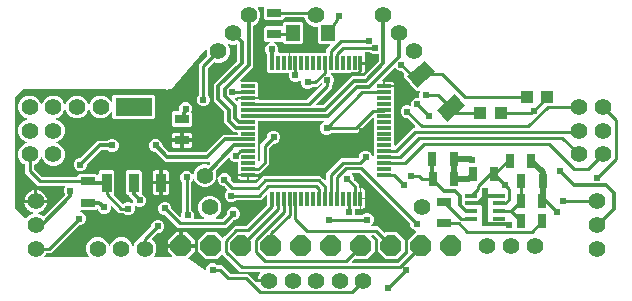
<source format=gbr>
G04 EAGLE Gerber X2 export*
G04 #@! %TF.Part,Single*
G04 #@! %TF.FileFunction,Copper,L1,Top,Mixed*
G04 #@! %TF.FilePolarity,Positive*
G04 #@! %TF.GenerationSoftware,Autodesk,EAGLE,8.6.0*
G04 #@! %TF.CreationDate,2018-03-03T08:39:01Z*
G75*
%MOMM*%
%FSLAX34Y34*%
%LPD*%
%AMOC8*
5,1,8,0,0,1.08239X$1,22.5*%
G01*
%ADD10R,1.100000X1.000000*%
%ADD11R,1.200000X0.300000*%
%ADD12R,0.300000X1.200000*%
%ADD13R,1.300000X2.000000*%
%ADD14R,1.200000X0.800000*%
%ADD15R,0.838200X1.600200*%
%ADD16R,3.098800X1.600200*%
%ADD17C,1.422400*%
%ADD18R,1.000000X0.300000*%
%ADD19R,0.600000X3.300000*%
%ADD20R,0.800000X1.200000*%
%ADD21P,1.924489X8X112.500000*%
%ADD22R,1.200000X1.400000*%
%ADD23C,0.508000*%
%ADD24C,0.604000*%
%ADD25C,0.304800*%
%ADD26C,0.254000*%

G36*
X449258Y236480D02*
X449258Y236480D01*
X449277Y236478D01*
X449379Y236500D01*
X449481Y236517D01*
X449498Y236526D01*
X449518Y236530D01*
X449607Y236583D01*
X449698Y236632D01*
X449712Y236646D01*
X449729Y236656D01*
X449796Y236735D01*
X449867Y236810D01*
X449876Y236828D01*
X449889Y236843D01*
X449927Y236939D01*
X449971Y237033D01*
X449973Y237053D01*
X449981Y237071D01*
X449999Y237238D01*
X449999Y238762D01*
X449996Y238781D01*
X449998Y238800D01*
X449998Y238801D01*
X449976Y238903D01*
X449959Y239005D01*
X449950Y239022D01*
X449946Y239042D01*
X449893Y239131D01*
X449844Y239222D01*
X449830Y239236D01*
X449820Y239253D01*
X449741Y239320D01*
X449666Y239391D01*
X449648Y239400D01*
X449633Y239413D01*
X449537Y239452D01*
X449443Y239495D01*
X449423Y239497D01*
X449405Y239505D01*
X449238Y239523D01*
X440468Y239523D01*
X440585Y240260D01*
X441054Y241705D01*
X441744Y243059D01*
X442559Y244181D01*
X442564Y244191D01*
X442573Y244200D01*
X442619Y244301D01*
X442670Y244400D01*
X442671Y244412D01*
X442676Y244423D01*
X442688Y244533D01*
X442704Y244644D01*
X442702Y244656D01*
X442703Y244667D01*
X442680Y244776D01*
X442659Y244886D01*
X442654Y244896D01*
X442651Y244908D01*
X442594Y245003D01*
X442540Y245101D01*
X442531Y245109D01*
X442525Y245119D01*
X442440Y245191D01*
X442358Y245266D01*
X442347Y245271D01*
X442338Y245279D01*
X442234Y245321D01*
X442133Y245365D01*
X442121Y245366D01*
X442110Y245371D01*
X441943Y245389D01*
X425422Y245389D01*
X422966Y247844D01*
X410826Y259984D01*
X410810Y259996D01*
X410798Y260012D01*
X410711Y260068D01*
X410627Y260128D01*
X410608Y260134D01*
X410591Y260145D01*
X410490Y260170D01*
X410392Y260200D01*
X410372Y260200D01*
X410352Y260205D01*
X410249Y260197D01*
X410146Y260194D01*
X410127Y260187D01*
X410107Y260186D01*
X410012Y260145D01*
X409915Y260109D01*
X409899Y260097D01*
X409881Y260089D01*
X409750Y259984D01*
X405835Y256069D01*
X396365Y256069D01*
X389669Y262765D01*
X389669Y272235D01*
X396365Y278931D01*
X405835Y278931D01*
X410150Y274616D01*
X410166Y274604D01*
X410178Y274588D01*
X410266Y274532D01*
X410350Y274472D01*
X410369Y274466D01*
X410385Y274455D01*
X410486Y274430D01*
X410585Y274400D01*
X410605Y274400D01*
X410624Y274395D01*
X410727Y274403D01*
X410831Y274406D01*
X410849Y274413D01*
X410869Y274414D01*
X410964Y274455D01*
X411062Y274491D01*
X411077Y274503D01*
X411095Y274511D01*
X411226Y274616D01*
X412444Y275834D01*
X420922Y284311D01*
X430306Y284311D01*
X430396Y284325D01*
X430487Y284333D01*
X430517Y284345D01*
X430549Y284350D01*
X430630Y284393D01*
X430714Y284429D01*
X430746Y284455D01*
X430766Y284466D01*
X430789Y284489D01*
X430844Y284534D01*
X448234Y301924D01*
X448287Y301997D01*
X448347Y302067D01*
X448359Y302097D01*
X448378Y302123D01*
X448405Y302210D01*
X448439Y302295D01*
X448443Y302336D01*
X448450Y302358D01*
X448449Y302391D01*
X448457Y302462D01*
X448457Y309730D01*
X448446Y309801D01*
X448444Y309873D01*
X448426Y309922D01*
X448418Y309973D01*
X448384Y310036D01*
X448359Y310104D01*
X448327Y310144D01*
X448302Y310190D01*
X448250Y310240D01*
X448206Y310296D01*
X448162Y310324D01*
X448124Y310360D01*
X448059Y310390D01*
X447999Y310429D01*
X447948Y310441D01*
X447901Y310463D01*
X447830Y310471D01*
X447760Y310489D01*
X447708Y310485D01*
X447657Y310490D01*
X447586Y310475D01*
X447515Y310470D01*
X447467Y310449D01*
X447416Y310438D01*
X447355Y310401D01*
X447289Y310373D01*
X447233Y310329D01*
X447205Y310312D01*
X447190Y310294D01*
X447158Y310269D01*
X443078Y306189D01*
X422369Y306189D01*
X422279Y306175D01*
X422188Y306167D01*
X422158Y306155D01*
X422126Y306150D01*
X422045Y306107D01*
X421961Y306071D01*
X421929Y306045D01*
X421909Y306034D01*
X421886Y306011D01*
X421830Y305966D01*
X421150Y305286D01*
X419106Y304439D01*
X416894Y304439D01*
X414850Y305286D01*
X413286Y306850D01*
X412439Y308894D01*
X412439Y311106D01*
X413286Y313150D01*
X414685Y314549D01*
X414697Y314565D01*
X414712Y314578D01*
X414768Y314665D01*
X414829Y314749D01*
X414834Y314768D01*
X414845Y314785D01*
X414871Y314885D01*
X414901Y314984D01*
X414900Y315004D01*
X414905Y315023D01*
X414897Y315126D01*
X414895Y315230D01*
X414888Y315249D01*
X414886Y315268D01*
X414846Y315363D01*
X414810Y315461D01*
X414798Y315476D01*
X414790Y315495D01*
X414685Y315626D01*
X412694Y317616D01*
X412620Y317669D01*
X412551Y317729D01*
X412521Y317741D01*
X412495Y317760D01*
X412408Y317787D01*
X412323Y317821D01*
X412282Y317825D01*
X412260Y317832D01*
X412227Y317831D01*
X412156Y317839D01*
X411194Y317839D01*
X409150Y318686D01*
X407586Y320250D01*
X406739Y322294D01*
X406739Y323917D01*
X406724Y324014D01*
X406714Y324111D01*
X406704Y324134D01*
X406700Y324160D01*
X406654Y324246D01*
X406614Y324335D01*
X406597Y324355D01*
X406584Y324378D01*
X406514Y324445D01*
X406448Y324516D01*
X406425Y324529D01*
X406406Y324547D01*
X406318Y324588D01*
X406232Y324635D01*
X406207Y324640D01*
X406183Y324651D01*
X406086Y324661D01*
X405990Y324679D01*
X405964Y324675D01*
X405939Y324678D01*
X405843Y324657D01*
X405747Y324643D01*
X405724Y324631D01*
X405698Y324625D01*
X405615Y324576D01*
X405528Y324531D01*
X405509Y324513D01*
X405487Y324499D01*
X405424Y324425D01*
X405356Y324356D01*
X405340Y324327D01*
X405327Y324312D01*
X405315Y324282D01*
X405275Y324209D01*
X404083Y321332D01*
X401368Y318617D01*
X397820Y317147D01*
X393980Y317147D01*
X390432Y318617D01*
X387717Y321332D01*
X386879Y323356D01*
X386841Y323417D01*
X386812Y323482D01*
X386777Y323520D01*
X386749Y323565D01*
X386694Y323610D01*
X386645Y323663D01*
X386600Y323688D01*
X386560Y323721D01*
X386493Y323747D01*
X386430Y323782D01*
X386378Y323791D01*
X386330Y323810D01*
X386258Y323813D01*
X386188Y323825D01*
X386136Y323818D01*
X386084Y323820D01*
X386015Y323800D01*
X385944Y323790D01*
X385898Y323766D01*
X385848Y323752D01*
X385789Y323711D01*
X385725Y323678D01*
X385689Y323641D01*
X385646Y323611D01*
X385603Y323554D01*
X385553Y323503D01*
X385518Y323440D01*
X385499Y323414D01*
X385492Y323392D01*
X385472Y323356D01*
X385014Y322250D01*
X384334Y321570D01*
X384281Y321496D01*
X384221Y321426D01*
X384209Y321396D01*
X384190Y321370D01*
X384163Y321283D01*
X384129Y321198D01*
X384125Y321157D01*
X384118Y321135D01*
X384119Y321103D01*
X384111Y321031D01*
X384111Y298663D01*
X384130Y298549D01*
X384147Y298432D01*
X384149Y298427D01*
X384150Y298421D01*
X384205Y298318D01*
X384237Y298255D01*
X384238Y298252D01*
X384239Y298252D01*
X384258Y298213D01*
X384263Y298209D01*
X384266Y298203D01*
X384314Y298157D01*
X384343Y298121D01*
X386014Y296450D01*
X386861Y294406D01*
X386861Y292194D01*
X386517Y291363D01*
X386506Y291319D01*
X386487Y291277D01*
X386478Y291200D01*
X386461Y291124D01*
X386465Y291078D01*
X386460Y291033D01*
X386476Y290956D01*
X386484Y290879D01*
X386502Y290837D01*
X386512Y290792D01*
X386552Y290725D01*
X386584Y290654D01*
X386615Y290620D01*
X386638Y290581D01*
X386697Y290530D01*
X386750Y290473D01*
X386790Y290451D01*
X386825Y290421D01*
X386897Y290392D01*
X386966Y290355D01*
X387011Y290346D01*
X387053Y290329D01*
X387189Y290314D01*
X387208Y290311D01*
X387213Y290312D01*
X387220Y290311D01*
X394341Y290311D01*
X394437Y290326D01*
X394534Y290336D01*
X394558Y290346D01*
X394584Y290350D01*
X394670Y290396D01*
X394759Y290436D01*
X394778Y290453D01*
X394801Y290466D01*
X394868Y290536D01*
X394940Y290602D01*
X394953Y290625D01*
X394971Y290644D01*
X395012Y290732D01*
X395059Y290818D01*
X395063Y290843D01*
X395074Y290867D01*
X395085Y290964D01*
X395102Y291060D01*
X395099Y291086D01*
X395101Y291111D01*
X395081Y291207D01*
X395067Y291303D01*
X395055Y291326D01*
X395049Y291352D01*
X394999Y291436D01*
X394955Y291522D01*
X394936Y291541D01*
X394923Y291563D01*
X394849Y291626D01*
X394779Y291694D01*
X394751Y291710D01*
X394736Y291723D01*
X394705Y291735D01*
X394632Y291775D01*
X394532Y291817D01*
X391817Y294532D01*
X390347Y298080D01*
X390347Y301920D01*
X391817Y305468D01*
X394532Y308183D01*
X398080Y309653D01*
X401920Y309653D01*
X405468Y308183D01*
X408183Y305468D01*
X409653Y301920D01*
X409653Y298080D01*
X408183Y294532D01*
X405468Y291817D01*
X405368Y291775D01*
X405285Y291724D01*
X405199Y291678D01*
X405181Y291660D01*
X405159Y291646D01*
X405096Y291571D01*
X405029Y291500D01*
X405018Y291476D01*
X405002Y291456D01*
X404967Y291365D01*
X404926Y291277D01*
X404923Y291251D01*
X404913Y291227D01*
X404909Y291129D01*
X404899Y291033D01*
X404904Y291007D01*
X404903Y290981D01*
X404930Y290887D01*
X404951Y290792D01*
X404964Y290770D01*
X404972Y290745D01*
X405027Y290665D01*
X405077Y290581D01*
X405097Y290564D01*
X405112Y290543D01*
X405190Y290484D01*
X405264Y290421D01*
X405288Y290411D01*
X405309Y290396D01*
X405402Y290366D01*
X405492Y290329D01*
X405525Y290326D01*
X405543Y290320D01*
X405576Y290320D01*
X405659Y290311D01*
X410106Y290311D01*
X410196Y290325D01*
X410287Y290333D01*
X410317Y290345D01*
X410349Y290350D01*
X410430Y290393D01*
X410514Y290429D01*
X410546Y290455D01*
X410566Y290466D01*
X410589Y290489D01*
X410644Y290534D01*
X414216Y294106D01*
X414269Y294179D01*
X414329Y294249D01*
X414341Y294279D01*
X414360Y294305D01*
X414387Y294392D01*
X414421Y294477D01*
X414425Y294518D01*
X414432Y294540D01*
X414431Y294573D01*
X414439Y294644D01*
X414439Y295606D01*
X415286Y297650D01*
X416850Y299214D01*
X418894Y300061D01*
X421106Y300061D01*
X423150Y299214D01*
X424714Y297650D01*
X425561Y295606D01*
X425561Y293394D01*
X424714Y291350D01*
X423150Y289786D01*
X421106Y288939D01*
X420144Y288939D01*
X420054Y288925D01*
X419963Y288917D01*
X419933Y288905D01*
X419901Y288900D01*
X419820Y288857D01*
X419736Y288821D01*
X419704Y288795D01*
X419684Y288784D01*
X419661Y288761D01*
X419606Y288716D01*
X413578Y282689D01*
X372922Y282689D01*
X362283Y293327D01*
X362209Y293381D01*
X362140Y293440D01*
X362110Y293452D01*
X362084Y293471D01*
X361997Y293498D01*
X361912Y293532D01*
X361871Y293536D01*
X361849Y293543D01*
X361816Y293542D01*
X361745Y293550D01*
X360783Y293550D01*
X358739Y294397D01*
X357175Y295961D01*
X356328Y298005D01*
X356328Y300217D01*
X357175Y302261D01*
X358739Y303825D01*
X360783Y304672D01*
X362995Y304672D01*
X365039Y303825D01*
X366603Y302261D01*
X367450Y300217D01*
X367450Y299255D01*
X367464Y299165D01*
X367471Y299074D01*
X367484Y299044D01*
X367489Y299012D01*
X367532Y298931D01*
X367568Y298848D01*
X367593Y298815D01*
X367604Y298795D01*
X367628Y298773D01*
X367673Y298717D01*
X374440Y291949D01*
X374498Y291908D01*
X374550Y291858D01*
X374597Y291836D01*
X374639Y291806D01*
X374708Y291785D01*
X374773Y291755D01*
X374825Y291749D01*
X374875Y291734D01*
X374946Y291735D01*
X375017Y291728D01*
X375068Y291739D01*
X375120Y291740D01*
X375188Y291765D01*
X375258Y291780D01*
X375303Y291806D01*
X375351Y291824D01*
X375407Y291869D01*
X375469Y291906D01*
X375503Y291946D01*
X375543Y291978D01*
X375582Y292038D01*
X375629Y292093D01*
X375648Y292141D01*
X375676Y292185D01*
X375694Y292254D01*
X375721Y292321D01*
X375729Y292392D01*
X375737Y292424D01*
X375735Y292447D01*
X375739Y292488D01*
X375739Y294406D01*
X376431Y296077D01*
X376446Y296141D01*
X376471Y296201D01*
X376480Y296284D01*
X376487Y296316D01*
X376486Y296336D01*
X376489Y296368D01*
X376489Y321031D01*
X376475Y321121D01*
X376467Y321212D01*
X376455Y321242D01*
X376450Y321274D01*
X376407Y321355D01*
X376371Y321439D01*
X376345Y321471D01*
X376334Y321491D01*
X376311Y321514D01*
X376266Y321570D01*
X375586Y322250D01*
X374739Y324294D01*
X374739Y326506D01*
X375586Y328550D01*
X377150Y330114D01*
X379194Y330961D01*
X381406Y330961D01*
X383450Y330114D01*
X385031Y328533D01*
X385068Y328507D01*
X385099Y328473D01*
X385167Y328435D01*
X385230Y328390D01*
X385274Y328376D01*
X385314Y328354D01*
X385391Y328340D01*
X385465Y328317D01*
X385511Y328319D01*
X385557Y328310D01*
X385634Y328322D01*
X385711Y328324D01*
X385754Y328340D01*
X385800Y328346D01*
X385869Y328382D01*
X385942Y328408D01*
X385978Y328437D01*
X386019Y328458D01*
X386074Y328513D01*
X386134Y328562D01*
X386159Y328601D01*
X386191Y328633D01*
X386257Y328753D01*
X386267Y328769D01*
X386269Y328774D01*
X386272Y328780D01*
X387717Y332268D01*
X390432Y334983D01*
X393980Y336453D01*
X397820Y336453D01*
X398607Y336127D01*
X398707Y336103D01*
X398846Y336071D01*
X398943Y336080D01*
X399091Y336094D01*
X399209Y336146D01*
X399316Y336193D01*
X399316Y336194D01*
X399317Y336194D01*
X399445Y336300D01*
X400263Y337144D01*
X400300Y337198D01*
X400346Y337246D01*
X400370Y337299D01*
X400403Y337346D01*
X400421Y337409D01*
X400449Y337469D01*
X400456Y337527D01*
X400472Y337582D01*
X400469Y337648D01*
X400476Y337713D01*
X400464Y337770D01*
X400461Y337828D01*
X400438Y337890D01*
X400424Y337954D01*
X400394Y338004D01*
X400373Y338058D01*
X400332Y338108D01*
X400298Y338165D01*
X400254Y338203D01*
X400217Y338247D01*
X400161Y338282D01*
X400111Y338325D01*
X400057Y338347D01*
X400008Y338377D01*
X399944Y338392D01*
X399883Y338417D01*
X399800Y338426D01*
X399768Y338433D01*
X399749Y338432D01*
X399716Y338435D01*
X362416Y338435D01*
X354235Y346616D01*
X354161Y346669D01*
X354092Y346729D01*
X354062Y346741D01*
X354036Y346760D01*
X353949Y346787D01*
X353864Y346821D01*
X353823Y346825D01*
X353800Y346832D01*
X353768Y346831D01*
X353697Y346839D01*
X353094Y346839D01*
X351050Y347686D01*
X349486Y349250D01*
X348639Y351294D01*
X348639Y353506D01*
X349486Y355550D01*
X351050Y357114D01*
X353094Y357961D01*
X355306Y357961D01*
X357350Y357114D01*
X358914Y355550D01*
X359761Y353506D01*
X359761Y352903D01*
X359775Y352813D01*
X359783Y352722D01*
X359795Y352692D01*
X359800Y352660D01*
X359843Y352580D01*
X359879Y352496D01*
X359905Y352464D01*
X359916Y352443D01*
X359939Y352421D01*
X359984Y352365D01*
X365561Y346788D01*
X365635Y346735D01*
X365704Y346675D01*
X365734Y346663D01*
X365760Y346644D01*
X365847Y346617D01*
X365932Y346583D01*
X365973Y346579D01*
X365996Y346572D01*
X366028Y346573D01*
X366099Y346565D01*
X396001Y346565D01*
X396091Y346579D01*
X396182Y346587D01*
X396212Y346599D01*
X396244Y346604D01*
X396324Y346647D01*
X396408Y346683D01*
X396440Y346709D01*
X396461Y346720D01*
X396483Y346743D01*
X396539Y346788D01*
X411322Y361571D01*
X423196Y361571D01*
X423216Y361574D01*
X423235Y361572D01*
X423337Y361594D01*
X423439Y361610D01*
X423456Y361620D01*
X423476Y361624D01*
X423565Y361677D01*
X423656Y361725D01*
X423670Y361740D01*
X423687Y361750D01*
X423754Y361829D01*
X423826Y361904D01*
X423834Y361922D01*
X423847Y361937D01*
X423886Y362033D01*
X423929Y362127D01*
X423931Y362147D01*
X423939Y362165D01*
X423957Y362332D01*
X423957Y362680D01*
X423954Y362700D01*
X423956Y362719D01*
X423934Y362821D01*
X423918Y362923D01*
X423908Y362940D01*
X423904Y362960D01*
X423851Y363049D01*
X423802Y363140D01*
X423788Y363154D01*
X423778Y363171D01*
X423699Y363238D01*
X423624Y363309D01*
X423606Y363318D01*
X423591Y363331D01*
X423495Y363369D01*
X423401Y363413D01*
X423381Y363415D01*
X423363Y363423D01*
X423196Y363441D01*
X420511Y363441D01*
X412135Y371816D01*
X412135Y380801D01*
X412121Y380891D01*
X412113Y380982D01*
X412101Y381012D01*
X412096Y381044D01*
X412053Y381124D01*
X412017Y381208D01*
X411991Y381240D01*
X411980Y381261D01*
X411957Y381283D01*
X411912Y381339D01*
X403235Y390016D01*
X403235Y404284D01*
X423012Y424061D01*
X423065Y424135D01*
X423125Y424204D01*
X423137Y424234D01*
X423156Y424260D01*
X423183Y424347D01*
X423217Y424432D01*
X423221Y424473D01*
X423228Y424496D01*
X423227Y424528D01*
X423235Y424599D01*
X423235Y437253D01*
X423228Y437298D01*
X423230Y437344D01*
X423208Y437419D01*
X423196Y437496D01*
X423174Y437536D01*
X423161Y437580D01*
X423117Y437644D01*
X423080Y437713D01*
X423047Y437744D01*
X423021Y437782D01*
X422958Y437829D01*
X422902Y437882D01*
X422860Y437902D01*
X422824Y437929D01*
X422750Y437953D01*
X422679Y437986D01*
X422633Y437991D01*
X422590Y438005D01*
X422512Y438004D01*
X422435Y438013D01*
X422390Y438003D01*
X422344Y438003D01*
X422213Y437965D01*
X422194Y437961D01*
X422190Y437958D01*
X422183Y437956D01*
X421920Y437847D01*
X418080Y437847D01*
X416334Y438570D01*
X416264Y438587D01*
X416197Y438613D01*
X416145Y438615D01*
X416095Y438627D01*
X416023Y438620D01*
X415952Y438623D01*
X415902Y438608D01*
X415850Y438604D01*
X415784Y438574D01*
X415715Y438554D01*
X415673Y438525D01*
X415625Y438504D01*
X415572Y438455D01*
X415513Y438414D01*
X415482Y438372D01*
X415444Y438337D01*
X415409Y438274D01*
X415367Y438217D01*
X415350Y438167D01*
X415325Y438122D01*
X415313Y438051D01*
X415290Y437983D01*
X415291Y437931D01*
X415282Y437880D01*
X415292Y437809D01*
X415293Y437737D01*
X415313Y437668D01*
X415317Y437636D01*
X415328Y437615D01*
X415339Y437576D01*
X416770Y434122D01*
X416770Y430282D01*
X415301Y426734D01*
X412585Y424018D01*
X409038Y422549D01*
X405197Y422549D01*
X404010Y423041D01*
X403897Y423067D01*
X403783Y423096D01*
X403777Y423095D01*
X403771Y423097D01*
X403654Y423086D01*
X403538Y423077D01*
X403532Y423074D01*
X403526Y423074D01*
X403418Y423026D01*
X403312Y422980D01*
X403306Y422976D01*
X403301Y422974D01*
X403287Y422961D01*
X403181Y422876D01*
X398534Y418229D01*
X398481Y418155D01*
X398421Y418085D01*
X398409Y418055D01*
X398390Y418029D01*
X398363Y417942D01*
X398329Y417857D01*
X398325Y417816D01*
X398318Y417794D01*
X398319Y417762D01*
X398311Y417690D01*
X398311Y395369D01*
X398325Y395279D01*
X398333Y395188D01*
X398345Y395158D01*
X398350Y395126D01*
X398393Y395045D01*
X398429Y394961D01*
X398455Y394929D01*
X398466Y394909D01*
X398489Y394886D01*
X398534Y394830D01*
X399214Y394150D01*
X400061Y392106D01*
X400061Y389894D01*
X399214Y387850D01*
X397650Y386286D01*
X395606Y385439D01*
X393394Y385439D01*
X391350Y386286D01*
X389786Y387850D01*
X388939Y389894D01*
X388939Y392106D01*
X389786Y394150D01*
X390466Y394830D01*
X390519Y394904D01*
X390579Y394974D01*
X390591Y395004D01*
X390610Y395030D01*
X390637Y395117D01*
X390671Y395202D01*
X390675Y395243D01*
X390682Y395265D01*
X390681Y395297D01*
X390689Y395369D01*
X390689Y421163D01*
X397791Y428265D01*
X397859Y428359D01*
X397929Y428453D01*
X397931Y428459D01*
X397935Y428465D01*
X397969Y428575D01*
X398006Y428687D01*
X398006Y428694D01*
X398007Y428700D01*
X398004Y428816D01*
X398003Y428933D01*
X398001Y428940D01*
X398001Y428945D01*
X397995Y428963D01*
X397957Y429094D01*
X397465Y430282D01*
X397465Y433011D01*
X397449Y433110D01*
X397438Y433210D01*
X397429Y433231D01*
X397425Y433254D01*
X397378Y433342D01*
X397336Y433434D01*
X397321Y433451D01*
X397310Y433471D01*
X397237Y433540D01*
X397168Y433614D01*
X397148Y433624D01*
X397132Y433640D01*
X397040Y433683D01*
X396952Y433730D01*
X396929Y433734D01*
X396909Y433744D01*
X396809Y433755D01*
X396709Y433772D01*
X396687Y433768D01*
X396664Y433771D01*
X396566Y433750D01*
X396466Y433734D01*
X396446Y433724D01*
X396424Y433719D01*
X396337Y433667D01*
X396248Y433621D01*
X396227Y433601D01*
X396213Y433593D01*
X396191Y433568D01*
X396126Y433506D01*
X370264Y403334D01*
X370232Y403281D01*
X370191Y403234D01*
X370168Y403177D01*
X370136Y403124D01*
X370123Y403063D01*
X370099Y403006D01*
X370089Y402916D01*
X370086Y402901D01*
X368751Y401566D01*
X368739Y401548D01*
X368711Y401523D01*
X367479Y400085D01*
X367422Y400080D01*
X367365Y400056D01*
X367305Y400042D01*
X367253Y400008D01*
X367195Y399984D01*
X367125Y399928D01*
X367112Y399919D01*
X365224Y399919D01*
X365203Y399916D01*
X365166Y399917D01*
X363277Y399772D01*
X363234Y399809D01*
X363177Y399832D01*
X363124Y399864D01*
X363064Y399877D01*
X363006Y399901D01*
X362916Y399911D01*
X362884Y399918D01*
X362867Y399916D01*
X362839Y399919D01*
X242420Y399919D01*
X242330Y399905D01*
X242239Y399897D01*
X242209Y399885D01*
X242177Y399880D01*
X242096Y399837D01*
X242013Y399801D01*
X241980Y399775D01*
X241960Y399764D01*
X241938Y399741D01*
X241882Y399696D01*
X235304Y393118D01*
X235251Y393045D01*
X235191Y392975D01*
X235179Y392945D01*
X235160Y392919D01*
X235133Y392832D01*
X235099Y392747D01*
X235095Y392706D01*
X235088Y392684D01*
X235089Y392651D01*
X235081Y392580D01*
X235081Y299920D01*
X235095Y299830D01*
X235103Y299739D01*
X235115Y299709D01*
X235120Y299677D01*
X235163Y299596D01*
X235199Y299513D01*
X235225Y299480D01*
X235236Y299460D01*
X235259Y299438D01*
X235304Y299382D01*
X243729Y290956D01*
X243745Y290945D01*
X243757Y290929D01*
X243845Y290873D01*
X243929Y290813D01*
X243948Y290807D01*
X243964Y290796D01*
X244065Y290771D01*
X244164Y290740D01*
X244184Y290741D01*
X244203Y290736D01*
X244306Y290744D01*
X244410Y290747D01*
X244428Y290754D01*
X244448Y290755D01*
X244543Y290796D01*
X244641Y290831D01*
X244656Y290844D01*
X244674Y290852D01*
X244805Y290956D01*
X247032Y293183D01*
X249785Y294324D01*
X249871Y294377D01*
X249960Y294425D01*
X249975Y294441D01*
X249994Y294453D01*
X250059Y294531D01*
X250128Y294605D01*
X250137Y294626D01*
X250151Y294643D01*
X250187Y294737D01*
X250229Y294829D01*
X250231Y294852D01*
X250239Y294872D01*
X250244Y294973D01*
X250254Y295074D01*
X250249Y295096D01*
X250250Y295118D01*
X250222Y295215D01*
X250199Y295314D01*
X250187Y295333D01*
X250181Y295354D01*
X250124Y295437D01*
X250071Y295524D01*
X250054Y295538D01*
X250041Y295556D01*
X249960Y295617D01*
X249882Y295682D01*
X249857Y295693D01*
X249844Y295703D01*
X249812Y295713D01*
X249729Y295751D01*
X248795Y296054D01*
X247441Y296744D01*
X246212Y297637D01*
X245137Y298712D01*
X244244Y299941D01*
X243554Y301295D01*
X243085Y302740D01*
X242968Y303477D01*
X251738Y303477D01*
X251758Y303480D01*
X251777Y303478D01*
X251879Y303500D01*
X251981Y303517D01*
X251998Y303526D01*
X252018Y303530D01*
X252107Y303583D01*
X252198Y303632D01*
X252212Y303646D01*
X252229Y303656D01*
X252296Y303735D01*
X252367Y303810D01*
X252376Y303828D01*
X252389Y303843D01*
X252427Y303939D01*
X252471Y304033D01*
X252473Y304053D01*
X252481Y304071D01*
X252499Y304238D01*
X252499Y305001D01*
X252501Y305001D01*
X252501Y304238D01*
X252504Y304218D01*
X252502Y304199D01*
X252524Y304097D01*
X252541Y303995D01*
X252550Y303978D01*
X252554Y303958D01*
X252607Y303869D01*
X252656Y303778D01*
X252670Y303764D01*
X252680Y303747D01*
X252759Y303680D01*
X252834Y303609D01*
X252852Y303600D01*
X252867Y303587D01*
X252963Y303548D01*
X253057Y303505D01*
X253077Y303503D01*
X253095Y303495D01*
X253262Y303477D01*
X262032Y303477D01*
X261915Y302740D01*
X261446Y301295D01*
X260756Y299941D01*
X259863Y298712D01*
X258788Y297637D01*
X257559Y296744D01*
X256205Y296054D01*
X255271Y295751D01*
X255181Y295704D01*
X255088Y295663D01*
X255072Y295648D01*
X255052Y295638D01*
X254982Y295565D01*
X254907Y295497D01*
X254897Y295477D01*
X254881Y295461D01*
X254837Y295370D01*
X254789Y295281D01*
X254785Y295259D01*
X254775Y295239D01*
X254763Y295139D01*
X254745Y295039D01*
X254748Y295017D01*
X254745Y294995D01*
X254766Y294896D01*
X254781Y294796D01*
X254791Y294776D01*
X254795Y294754D01*
X254846Y294667D01*
X254892Y294577D01*
X254908Y294561D01*
X254919Y294542D01*
X254995Y294476D01*
X255068Y294404D01*
X255092Y294391D01*
X255104Y294380D01*
X255135Y294368D01*
X255215Y294324D01*
X257968Y293183D01*
X258413Y292738D01*
X258429Y292726D01*
X258442Y292711D01*
X258529Y292655D01*
X258613Y292594D01*
X258632Y292589D01*
X258649Y292578D01*
X258749Y292553D01*
X258848Y292522D01*
X258868Y292523D01*
X258887Y292518D01*
X258990Y292526D01*
X259094Y292528D01*
X259112Y292535D01*
X259132Y292537D01*
X259227Y292577D01*
X259325Y292613D01*
X259340Y292625D01*
X259359Y292633D01*
X259490Y292738D01*
X276989Y310238D01*
X277058Y310333D01*
X277127Y310426D01*
X277129Y310432D01*
X277133Y310438D01*
X277167Y310549D01*
X277204Y310660D01*
X277203Y310667D01*
X277205Y310673D01*
X277202Y310789D01*
X277201Y310906D01*
X277199Y310914D01*
X277199Y310918D01*
X277193Y310936D01*
X277154Y311067D01*
X276439Y312794D01*
X276439Y315006D01*
X277322Y317137D01*
X277332Y317181D01*
X277352Y317223D01*
X277360Y317300D01*
X277378Y317376D01*
X277374Y317422D01*
X277379Y317467D01*
X277362Y317544D01*
X277355Y317621D01*
X277336Y317663D01*
X277326Y317708D01*
X277287Y317775D01*
X277255Y317846D01*
X277224Y317880D01*
X277200Y317919D01*
X277141Y317970D01*
X277088Y318027D01*
X277048Y318049D01*
X277013Y318079D01*
X276941Y318108D01*
X276873Y318145D01*
X276828Y318154D01*
X276785Y318171D01*
X276649Y318186D01*
X276631Y318189D01*
X276626Y318188D01*
X276619Y318189D01*
X254922Y318189D01*
X243689Y329422D01*
X243689Y335622D01*
X243670Y335737D01*
X243653Y335853D01*
X243651Y335858D01*
X243650Y335865D01*
X243595Y335967D01*
X243542Y336072D01*
X243537Y336076D01*
X243534Y336082D01*
X243451Y336161D01*
X243366Y336244D01*
X243360Y336248D01*
X243356Y336251D01*
X243339Y336259D01*
X243219Y336325D01*
X242032Y336817D01*
X239317Y339532D01*
X237847Y343080D01*
X237847Y346920D01*
X239317Y350468D01*
X242032Y353183D01*
X244720Y354297D01*
X244781Y354335D01*
X244847Y354364D01*
X244885Y354399D01*
X244929Y354426D01*
X244975Y354482D01*
X245028Y354530D01*
X245053Y354576D01*
X245086Y354616D01*
X245112Y354683D01*
X245147Y354746D01*
X245156Y354797D01*
X245174Y354845D01*
X245178Y354917D01*
X245190Y354988D01*
X245183Y355039D01*
X245185Y355091D01*
X245165Y355160D01*
X245154Y355231D01*
X245131Y355277D01*
X245116Y355327D01*
X245076Y355386D01*
X245043Y355450D01*
X245006Y355487D01*
X244976Y355529D01*
X244919Y355572D01*
X244867Y355622D01*
X244805Y355657D01*
X244779Y355676D01*
X244756Y355683D01*
X244720Y355703D01*
X242032Y356817D01*
X239317Y359532D01*
X237847Y363080D01*
X237847Y366920D01*
X239317Y370468D01*
X242032Y373183D01*
X244720Y374297D01*
X244781Y374335D01*
X244847Y374364D01*
X244885Y374399D01*
X244929Y374426D01*
X244975Y374482D01*
X245028Y374530D01*
X245053Y374576D01*
X245086Y374616D01*
X245112Y374683D01*
X245147Y374746D01*
X245156Y374797D01*
X245174Y374845D01*
X245178Y374917D01*
X245190Y374988D01*
X245183Y375039D01*
X245185Y375091D01*
X245165Y375160D01*
X245154Y375231D01*
X245131Y375277D01*
X245116Y375327D01*
X245076Y375386D01*
X245043Y375450D01*
X245006Y375487D01*
X244976Y375529D01*
X244919Y375572D01*
X244867Y375622D01*
X244805Y375657D01*
X244779Y375676D01*
X244756Y375683D01*
X244720Y375703D01*
X242032Y376817D01*
X239317Y379532D01*
X237847Y383080D01*
X237847Y386920D01*
X239317Y390468D01*
X242032Y393183D01*
X245580Y394653D01*
X249420Y394653D01*
X252968Y393183D01*
X255683Y390468D01*
X256797Y387780D01*
X256835Y387719D01*
X256864Y387653D01*
X256899Y387615D01*
X256926Y387571D01*
X256982Y387525D01*
X257030Y387472D01*
X257076Y387447D01*
X257116Y387414D01*
X257183Y387388D01*
X257246Y387353D01*
X257297Y387344D01*
X257345Y387326D01*
X257417Y387322D01*
X257488Y387310D01*
X257539Y387317D01*
X257591Y387315D01*
X257660Y387335D01*
X257731Y387346D01*
X257777Y387369D01*
X257827Y387384D01*
X257886Y387424D01*
X257950Y387457D01*
X257987Y387494D01*
X258029Y387524D01*
X258072Y387581D01*
X258122Y387633D01*
X258157Y387695D01*
X258176Y387721D01*
X258183Y387744D01*
X258203Y387780D01*
X259317Y390468D01*
X262032Y393183D01*
X265580Y394653D01*
X269420Y394653D01*
X272968Y393183D01*
X275683Y390468D01*
X276797Y387780D01*
X276835Y387719D01*
X276864Y387653D01*
X276899Y387615D01*
X276926Y387571D01*
X276982Y387525D01*
X277030Y387472D01*
X277076Y387447D01*
X277116Y387414D01*
X277183Y387388D01*
X277246Y387353D01*
X277297Y387344D01*
X277345Y387326D01*
X277417Y387322D01*
X277488Y387310D01*
X277539Y387317D01*
X277591Y387315D01*
X277660Y387335D01*
X277731Y387346D01*
X277777Y387369D01*
X277827Y387384D01*
X277886Y387424D01*
X277950Y387457D01*
X277987Y387494D01*
X278029Y387524D01*
X278072Y387581D01*
X278122Y387633D01*
X278157Y387695D01*
X278176Y387721D01*
X278183Y387744D01*
X278203Y387780D01*
X279317Y390468D01*
X282032Y393183D01*
X285580Y394653D01*
X289420Y394653D01*
X292968Y393183D01*
X295683Y390468D01*
X296797Y387780D01*
X296835Y387719D01*
X296864Y387653D01*
X296899Y387615D01*
X296926Y387571D01*
X296982Y387525D01*
X297030Y387472D01*
X297076Y387447D01*
X297116Y387414D01*
X297183Y387388D01*
X297246Y387353D01*
X297297Y387344D01*
X297345Y387326D01*
X297417Y387322D01*
X297488Y387310D01*
X297539Y387317D01*
X297591Y387315D01*
X297660Y387335D01*
X297731Y387346D01*
X297777Y387369D01*
X297827Y387384D01*
X297886Y387424D01*
X297950Y387457D01*
X297987Y387494D01*
X298029Y387524D01*
X298072Y387581D01*
X298122Y387633D01*
X298157Y387695D01*
X298176Y387721D01*
X298183Y387744D01*
X298203Y387780D01*
X299317Y390468D01*
X302032Y393183D01*
X305580Y394653D01*
X309420Y394653D01*
X312968Y393183D01*
X315683Y390468D01*
X316001Y389701D01*
X316052Y389618D01*
X316098Y389532D01*
X316116Y389514D01*
X316130Y389492D01*
X316206Y389430D01*
X316276Y389363D01*
X316300Y389352D01*
X316320Y389335D01*
X316411Y389300D01*
X316499Y389259D01*
X316525Y389257D01*
X316549Y389247D01*
X316647Y389243D01*
X316743Y389232D01*
X316769Y389238D01*
X316795Y389237D01*
X316889Y389264D01*
X316984Y389285D01*
X317006Y389298D01*
X317031Y389305D01*
X317111Y389361D01*
X317195Y389411D01*
X317212Y389431D01*
X317233Y389446D01*
X317292Y389524D01*
X317355Y389598D01*
X317365Y389622D01*
X317380Y389643D01*
X317410Y389735D01*
X317447Y389826D01*
X317450Y389858D01*
X317456Y389877D01*
X317456Y389910D01*
X317465Y389993D01*
X317465Y394057D01*
X318954Y395546D01*
X352046Y395546D01*
X353535Y394057D01*
X353535Y375951D01*
X352046Y374462D01*
X318954Y374462D01*
X317465Y375951D01*
X317465Y380007D01*
X317450Y380104D01*
X317440Y380200D01*
X317430Y380224D01*
X317426Y380250D01*
X317380Y380336D01*
X317340Y380425D01*
X317323Y380444D01*
X317310Y380468D01*
X317240Y380535D01*
X317174Y380606D01*
X317151Y380619D01*
X317132Y380637D01*
X317044Y380678D01*
X316958Y380725D01*
X316933Y380730D01*
X316909Y380741D01*
X316812Y380751D01*
X316716Y380769D01*
X316690Y380765D01*
X316665Y380768D01*
X316569Y380747D01*
X316473Y380733D01*
X316450Y380721D01*
X316424Y380715D01*
X316341Y380666D01*
X316254Y380621D01*
X316235Y380603D01*
X316213Y380589D01*
X316150Y380515D01*
X316082Y380446D01*
X316066Y380417D01*
X316053Y380402D01*
X316041Y380371D01*
X316001Y380299D01*
X315683Y379532D01*
X312968Y376817D01*
X309420Y375347D01*
X305580Y375347D01*
X302032Y376817D01*
X299317Y379532D01*
X298203Y382220D01*
X298165Y382281D01*
X298136Y382347D01*
X298101Y382385D01*
X298074Y382429D01*
X298018Y382475D01*
X297970Y382528D01*
X297924Y382553D01*
X297884Y382586D01*
X297817Y382612D01*
X297754Y382647D01*
X297703Y382656D01*
X297655Y382674D01*
X297583Y382678D01*
X297512Y382690D01*
X297461Y382683D01*
X297409Y382685D01*
X297340Y382665D01*
X297269Y382654D01*
X297223Y382631D01*
X297173Y382616D01*
X297114Y382576D01*
X297050Y382543D01*
X297013Y382506D01*
X296971Y382476D01*
X296928Y382419D01*
X296878Y382367D01*
X296843Y382305D01*
X296824Y382279D01*
X296817Y382256D01*
X296797Y382220D01*
X295683Y379532D01*
X292968Y376817D01*
X289420Y375347D01*
X285580Y375347D01*
X282032Y376817D01*
X279317Y379532D01*
X278203Y382220D01*
X278165Y382281D01*
X278136Y382347D01*
X278101Y382385D01*
X278074Y382429D01*
X278018Y382475D01*
X277970Y382528D01*
X277924Y382553D01*
X277884Y382586D01*
X277817Y382612D01*
X277754Y382647D01*
X277703Y382656D01*
X277655Y382674D01*
X277583Y382678D01*
X277512Y382690D01*
X277461Y382683D01*
X277409Y382685D01*
X277340Y382665D01*
X277269Y382654D01*
X277223Y382631D01*
X277173Y382616D01*
X277114Y382576D01*
X277050Y382543D01*
X277013Y382506D01*
X276971Y382476D01*
X276928Y382419D01*
X276878Y382367D01*
X276843Y382305D01*
X276824Y382279D01*
X276817Y382256D01*
X276797Y382220D01*
X275683Y379532D01*
X272968Y376817D01*
X270280Y375703D01*
X270219Y375665D01*
X270153Y375636D01*
X270115Y375601D01*
X270071Y375574D01*
X270025Y375518D01*
X269972Y375470D01*
X269947Y375424D01*
X269914Y375384D01*
X269888Y375317D01*
X269853Y375254D01*
X269844Y375203D01*
X269826Y375155D01*
X269822Y375083D01*
X269810Y375012D01*
X269817Y374961D01*
X269815Y374909D01*
X269835Y374840D01*
X269846Y374769D01*
X269869Y374723D01*
X269884Y374673D01*
X269924Y374614D01*
X269957Y374550D01*
X269994Y374513D01*
X270024Y374471D01*
X270081Y374428D01*
X270133Y374378D01*
X270195Y374343D01*
X270221Y374324D01*
X270244Y374317D01*
X270280Y374297D01*
X272968Y373183D01*
X275683Y370468D01*
X277153Y366920D01*
X277153Y363080D01*
X275683Y359532D01*
X272968Y356817D01*
X270280Y355703D01*
X270219Y355665D01*
X270153Y355636D01*
X270115Y355601D01*
X270071Y355574D01*
X270025Y355518D01*
X269972Y355470D01*
X269947Y355424D01*
X269914Y355384D01*
X269888Y355317D01*
X269853Y355254D01*
X269844Y355203D01*
X269826Y355155D01*
X269822Y355083D01*
X269810Y355012D01*
X269817Y354961D01*
X269815Y354909D01*
X269835Y354840D01*
X269846Y354769D01*
X269869Y354723D01*
X269884Y354673D01*
X269924Y354614D01*
X269957Y354550D01*
X269994Y354513D01*
X270024Y354471D01*
X270081Y354428D01*
X270133Y354378D01*
X270195Y354343D01*
X270221Y354324D01*
X270244Y354317D01*
X270280Y354297D01*
X272968Y353183D01*
X275683Y350468D01*
X277153Y346920D01*
X277153Y343080D01*
X275683Y339532D01*
X272968Y336817D01*
X269420Y335347D01*
X265580Y335347D01*
X262032Y336817D01*
X259317Y339532D01*
X258203Y342220D01*
X258165Y342281D01*
X258136Y342347D01*
X258101Y342385D01*
X258074Y342429D01*
X258018Y342475D01*
X257970Y342528D01*
X257924Y342553D01*
X257884Y342586D01*
X257817Y342612D01*
X257754Y342647D01*
X257703Y342656D01*
X257655Y342674D01*
X257583Y342678D01*
X257512Y342690D01*
X257461Y342683D01*
X257409Y342685D01*
X257340Y342665D01*
X257269Y342654D01*
X257223Y342631D01*
X257173Y342616D01*
X257114Y342576D01*
X257050Y342543D01*
X257013Y342506D01*
X256971Y342476D01*
X256928Y342419D01*
X256878Y342367D01*
X256843Y342305D01*
X256824Y342279D01*
X256817Y342256D01*
X256797Y342220D01*
X255683Y339532D01*
X252968Y336817D01*
X251781Y336325D01*
X251681Y336264D01*
X251581Y336204D01*
X251577Y336199D01*
X251572Y336195D01*
X251497Y336106D01*
X251421Y336017D01*
X251419Y336011D01*
X251415Y336006D01*
X251373Y335898D01*
X251329Y335788D01*
X251328Y335781D01*
X251327Y335776D01*
X251326Y335758D01*
X251311Y335622D01*
X251311Y332894D01*
X251325Y332804D01*
X251333Y332713D01*
X251345Y332683D01*
X251350Y332651D01*
X251393Y332570D01*
X251429Y332486D01*
X251455Y332454D01*
X251466Y332434D01*
X251489Y332411D01*
X251534Y332356D01*
X257856Y326034D01*
X257929Y325981D01*
X257999Y325921D01*
X258029Y325909D01*
X258055Y325890D01*
X258142Y325863D01*
X258227Y325829D01*
X258268Y325825D01*
X258290Y325818D01*
X258323Y325819D01*
X258394Y325811D01*
X287198Y325811D01*
X287218Y325814D01*
X287237Y325812D01*
X287339Y325834D01*
X287441Y325850D01*
X287458Y325860D01*
X287478Y325864D01*
X287567Y325917D01*
X287658Y325966D01*
X287672Y325980D01*
X287689Y325990D01*
X287756Y326069D01*
X287828Y326144D01*
X287836Y326162D01*
X287849Y326177D01*
X287888Y326273D01*
X287931Y326367D01*
X287933Y326387D01*
X287941Y326405D01*
X287959Y326572D01*
X287959Y327052D01*
X289448Y328541D01*
X303552Y328541D01*
X304469Y327624D01*
X304527Y327583D01*
X304579Y327533D01*
X304626Y327511D01*
X304668Y327481D01*
X304737Y327460D01*
X304802Y327430D01*
X304854Y327424D01*
X304904Y327408D01*
X304975Y327410D01*
X305046Y327402D01*
X305097Y327414D01*
X305149Y327415D01*
X305217Y327439D01*
X305287Y327455D01*
X305332Y327481D01*
X305380Y327499D01*
X305436Y327544D01*
X305498Y327581D01*
X305532Y327620D01*
X305572Y327653D01*
X305611Y327713D01*
X305658Y327768D01*
X305677Y327816D01*
X305705Y327860D01*
X305723Y327929D01*
X305750Y327996D01*
X305758Y328067D01*
X305766Y328098D01*
X305764Y328122D01*
X305768Y328163D01*
X305768Y330049D01*
X307257Y331538D01*
X317743Y331538D01*
X319232Y330049D01*
X319232Y311943D01*
X318627Y311338D01*
X318616Y311322D01*
X318600Y311310D01*
X318544Y311222D01*
X318484Y311139D01*
X318478Y311120D01*
X318467Y311103D01*
X318442Y311002D01*
X318412Y310903D01*
X318412Y310884D01*
X318407Y310864D01*
X318415Y310761D01*
X318418Y310658D01*
X318425Y310639D01*
X318426Y310619D01*
X318467Y310524D01*
X318502Y310427D01*
X318515Y310411D01*
X318523Y310393D01*
X318627Y310262D01*
X325856Y303034D01*
X325929Y302981D01*
X325999Y302921D01*
X326029Y302909D01*
X326055Y302890D01*
X326142Y302863D01*
X326227Y302829D01*
X326268Y302825D01*
X326290Y302818D01*
X326323Y302819D01*
X326365Y302814D01*
X326367Y302813D01*
X326368Y302814D01*
X326394Y302811D01*
X326431Y302811D01*
X326509Y302823D01*
X326536Y302824D01*
X326545Y302827D01*
X326612Y302833D01*
X326642Y302845D01*
X326674Y302850D01*
X326755Y302893D01*
X326839Y302929D01*
X326871Y302955D01*
X326891Y302966D01*
X326914Y302989D01*
X326970Y303034D01*
X327650Y303714D01*
X329694Y304561D01*
X331906Y304561D01*
X334036Y303678D01*
X334106Y303662D01*
X334173Y303636D01*
X334225Y303634D01*
X334276Y303622D01*
X334347Y303629D01*
X334419Y303626D01*
X334469Y303640D01*
X334520Y303645D01*
X334586Y303674D01*
X334655Y303694D01*
X334698Y303724D01*
X334745Y303745D01*
X334798Y303794D01*
X334857Y303835D01*
X334888Y303877D01*
X334926Y303912D01*
X334961Y303975D01*
X335004Y304032D01*
X335020Y304082D01*
X335045Y304127D01*
X335058Y304198D01*
X335080Y304266D01*
X335079Y304318D01*
X335089Y304369D01*
X335078Y304440D01*
X335077Y304512D01*
X335058Y304581D01*
X335053Y304613D01*
X335042Y304634D01*
X335031Y304673D01*
X334939Y304894D01*
X334939Y305497D01*
X334925Y305587D01*
X334917Y305678D01*
X334905Y305708D01*
X334900Y305740D01*
X334857Y305820D01*
X334821Y305904D01*
X334795Y305936D01*
X334784Y305957D01*
X334761Y305979D01*
X334716Y306035D01*
X331435Y309316D01*
X331435Y309693D01*
X331432Y309713D01*
X331434Y309732D01*
X331412Y309834D01*
X331396Y309936D01*
X331386Y309953D01*
X331382Y309973D01*
X331329Y310062D01*
X331280Y310153D01*
X331266Y310167D01*
X331256Y310184D01*
X331177Y310251D01*
X331102Y310323D01*
X331084Y310331D01*
X331069Y310344D01*
X330973Y310383D01*
X330879Y310426D01*
X330859Y310428D01*
X330841Y310436D01*
X330674Y310454D01*
X330257Y310454D01*
X328768Y311943D01*
X328768Y330049D01*
X330257Y331538D01*
X340743Y331538D01*
X342232Y330049D01*
X342232Y311810D01*
X342233Y311803D01*
X342233Y311801D01*
X342235Y311792D01*
X342251Y311695D01*
X342268Y311579D01*
X342270Y311574D01*
X342271Y311567D01*
X342326Y311465D01*
X342379Y311360D01*
X342384Y311356D01*
X342387Y311350D01*
X342471Y311270D01*
X342555Y311188D01*
X342561Y311184D01*
X342565Y311181D01*
X342582Y311173D01*
X342702Y311107D01*
X343650Y310714D01*
X345214Y309150D01*
X346061Y307106D01*
X346061Y304894D01*
X345214Y302850D01*
X343650Y301286D01*
X341606Y300439D01*
X339394Y300439D01*
X337264Y301322D01*
X337194Y301338D01*
X337127Y301364D01*
X337075Y301366D01*
X337024Y301378D01*
X336953Y301371D01*
X336881Y301374D01*
X336831Y301360D01*
X336780Y301355D01*
X336714Y301326D01*
X336645Y301306D01*
X336602Y301276D01*
X336555Y301255D01*
X336502Y301206D01*
X336443Y301165D01*
X336412Y301123D01*
X336374Y301088D01*
X336339Y301025D01*
X336296Y300968D01*
X336280Y300918D01*
X336255Y300873D01*
X336242Y300802D01*
X336220Y300734D01*
X336221Y300682D01*
X336211Y300631D01*
X336222Y300560D01*
X336223Y300488D01*
X336242Y300419D01*
X336247Y300387D01*
X336258Y300366D01*
X336269Y300327D01*
X336361Y300106D01*
X336361Y297894D01*
X335514Y295850D01*
X333950Y294286D01*
X331906Y293439D01*
X329694Y293439D01*
X327650Y294286D01*
X326970Y294966D01*
X326896Y295019D01*
X326826Y295079D01*
X326796Y295091D01*
X326770Y295110D01*
X326683Y295137D01*
X326598Y295171D01*
X326557Y295175D01*
X326535Y295182D01*
X326503Y295181D01*
X326431Y295189D01*
X322922Y295189D01*
X320466Y297644D01*
X317360Y300751D01*
X317302Y300792D01*
X317250Y300842D01*
X317203Y300864D01*
X317161Y300894D01*
X317092Y300915D01*
X317027Y300945D01*
X316975Y300951D01*
X316925Y300966D01*
X316854Y300965D01*
X316783Y300972D01*
X316732Y300961D01*
X316680Y300960D01*
X316612Y300935D01*
X316542Y300920D01*
X316497Y300894D01*
X316449Y300876D01*
X316393Y300831D01*
X316331Y300794D01*
X316297Y300754D01*
X316257Y300722D01*
X316218Y300662D01*
X316171Y300607D01*
X316152Y300559D01*
X316124Y300515D01*
X316106Y300446D01*
X316079Y300379D01*
X316071Y300308D01*
X316063Y300276D01*
X316065Y300253D01*
X316061Y300212D01*
X316061Y298894D01*
X315214Y296850D01*
X313650Y295286D01*
X311606Y294439D01*
X309394Y294439D01*
X307350Y295286D01*
X305786Y296850D01*
X305389Y297808D01*
X305365Y297847D01*
X305349Y297890D01*
X305301Y297950D01*
X305260Y298017D01*
X305224Y298046D01*
X305196Y298082D01*
X305130Y298124D01*
X305070Y298173D01*
X305027Y298190D01*
X304989Y298215D01*
X304913Y298234D01*
X304841Y298262D01*
X304795Y298264D01*
X304750Y298275D01*
X304673Y298269D01*
X304595Y298272D01*
X304551Y298259D01*
X304505Y298256D01*
X304433Y298225D01*
X304359Y298204D01*
X304321Y298177D01*
X304279Y298159D01*
X304172Y298074D01*
X304157Y298063D01*
X304154Y298059D01*
X304148Y298055D01*
X303552Y297459D01*
X291057Y297459D01*
X290961Y297444D01*
X290864Y297434D01*
X290840Y297424D01*
X290814Y297420D01*
X290728Y297374D01*
X290639Y297334D01*
X290620Y297317D01*
X290597Y297304D01*
X290530Y297234D01*
X290458Y297168D01*
X290445Y297145D01*
X290427Y297126D01*
X290386Y297038D01*
X290339Y296952D01*
X290335Y296927D01*
X290324Y296903D01*
X290313Y296806D01*
X290296Y296710D01*
X290299Y296684D01*
X290297Y296659D01*
X290317Y296563D01*
X290331Y296467D01*
X290343Y296444D01*
X290349Y296418D01*
X290399Y296335D01*
X290443Y296248D01*
X290462Y296229D01*
X290475Y296207D01*
X290549Y296144D01*
X290619Y296076D01*
X290647Y296060D01*
X290662Y296047D01*
X290693Y296035D01*
X290765Y295995D01*
X292650Y295214D01*
X294214Y293650D01*
X295061Y291606D01*
X295061Y289394D01*
X294214Y287350D01*
X292650Y285786D01*
X290606Y284939D01*
X289644Y284939D01*
X289554Y284925D01*
X289463Y284917D01*
X289433Y284905D01*
X289401Y284900D01*
X289320Y284857D01*
X289236Y284821D01*
X289204Y284795D01*
X289184Y284784D01*
X289161Y284761D01*
X289106Y284716D01*
X265578Y261189D01*
X261878Y261189D01*
X261763Y261170D01*
X261647Y261153D01*
X261642Y261151D01*
X261635Y261150D01*
X261533Y261095D01*
X261428Y261042D01*
X261424Y261037D01*
X261418Y261034D01*
X261338Y260950D01*
X261256Y260866D01*
X261252Y260860D01*
X261249Y260856D01*
X261241Y260839D01*
X261175Y260719D01*
X260683Y259532D01*
X260031Y258880D01*
X259989Y258822D01*
X259940Y258770D01*
X259918Y258723D01*
X259888Y258681D01*
X259867Y258612D01*
X259836Y258547D01*
X259831Y258495D01*
X259815Y258445D01*
X259817Y258374D01*
X259809Y258303D01*
X259820Y258252D01*
X259822Y258200D01*
X259846Y258132D01*
X259862Y258062D01*
X259888Y258017D01*
X259906Y257969D01*
X259951Y257913D01*
X259988Y257851D01*
X260027Y257817D01*
X260060Y257777D01*
X260120Y257738D01*
X260175Y257691D01*
X260223Y257672D01*
X260267Y257644D01*
X260336Y257626D01*
X260403Y257599D01*
X260474Y257591D01*
X260505Y257583D01*
X260529Y257585D01*
X260570Y257581D01*
X296930Y257581D01*
X297001Y257592D01*
X297073Y257594D01*
X297122Y257612D01*
X297173Y257620D01*
X297237Y257654D01*
X297304Y257679D01*
X297345Y257711D01*
X297391Y257736D01*
X297440Y257788D01*
X297496Y257832D01*
X297524Y257876D01*
X297560Y257914D01*
X297590Y257979D01*
X297629Y258039D01*
X297642Y258090D01*
X297664Y258137D01*
X297671Y258208D01*
X297689Y258278D01*
X297685Y258330D01*
X297691Y258381D01*
X297675Y258452D01*
X297670Y258523D01*
X297650Y258571D01*
X297638Y258622D01*
X297602Y258683D01*
X297574Y258749D01*
X297529Y258805D01*
X297512Y258833D01*
X297494Y258848D01*
X297469Y258880D01*
X296817Y259532D01*
X295347Y263080D01*
X295347Y266920D01*
X296817Y270468D01*
X299532Y273183D01*
X303080Y274653D01*
X306920Y274653D01*
X310468Y273183D01*
X313183Y270468D01*
X314297Y267780D01*
X314335Y267719D01*
X314364Y267653D01*
X314399Y267615D01*
X314426Y267571D01*
X314482Y267525D01*
X314530Y267472D01*
X314576Y267447D01*
X314616Y267414D01*
X314683Y267388D01*
X314746Y267353D01*
X314797Y267344D01*
X314845Y267326D01*
X314917Y267322D01*
X314988Y267310D01*
X315039Y267317D01*
X315091Y267315D01*
X315160Y267335D01*
X315231Y267346D01*
X315277Y267369D01*
X315327Y267384D01*
X315386Y267424D01*
X315450Y267457D01*
X315487Y267494D01*
X315529Y267524D01*
X315572Y267581D01*
X315622Y267633D01*
X315657Y267695D01*
X315676Y267721D01*
X315683Y267744D01*
X315703Y267780D01*
X316817Y270468D01*
X319532Y273183D01*
X323080Y274653D01*
X326920Y274653D01*
X330468Y273183D01*
X333183Y270468D01*
X334297Y267780D01*
X334335Y267719D01*
X334364Y267653D01*
X334399Y267615D01*
X334426Y267571D01*
X334482Y267525D01*
X334530Y267472D01*
X334576Y267447D01*
X334616Y267414D01*
X334683Y267388D01*
X334746Y267353D01*
X334797Y267344D01*
X334845Y267326D01*
X334917Y267322D01*
X334988Y267310D01*
X335039Y267317D01*
X335091Y267315D01*
X335160Y267335D01*
X335231Y267346D01*
X335277Y267369D01*
X335327Y267384D01*
X335386Y267424D01*
X335450Y267457D01*
X335487Y267494D01*
X335529Y267524D01*
X335572Y267581D01*
X335622Y267633D01*
X335657Y267695D01*
X335676Y267721D01*
X335683Y267744D01*
X335703Y267780D01*
X336817Y270468D01*
X339532Y273183D01*
X340719Y273675D01*
X340819Y273736D01*
X340919Y273796D01*
X340923Y273801D01*
X340928Y273805D01*
X341003Y273894D01*
X341079Y273983D01*
X341081Y273989D01*
X341085Y273994D01*
X341127Y274102D01*
X341171Y274212D01*
X341172Y274219D01*
X341173Y274224D01*
X341174Y274242D01*
X341189Y274378D01*
X341189Y274578D01*
X350216Y283606D01*
X350269Y283679D01*
X350329Y283749D01*
X350341Y283779D01*
X350360Y283805D01*
X350387Y283892D01*
X350421Y283977D01*
X350425Y284018D01*
X350432Y284040D01*
X350431Y284073D01*
X350439Y284144D01*
X350439Y285106D01*
X351286Y287150D01*
X352850Y288714D01*
X354894Y289561D01*
X357106Y289561D01*
X359150Y288714D01*
X360714Y287150D01*
X361561Y285106D01*
X361561Y282894D01*
X360714Y280850D01*
X359150Y279286D01*
X357106Y278439D01*
X356144Y278439D01*
X356054Y278425D01*
X355963Y278417D01*
X355933Y278405D01*
X355901Y278400D01*
X355820Y278357D01*
X355736Y278321D01*
X355704Y278295D01*
X355684Y278284D01*
X355661Y278261D01*
X355606Y278216D01*
X351058Y273669D01*
X351047Y273653D01*
X351031Y273641D01*
X350975Y273553D01*
X350915Y273469D01*
X350909Y273450D01*
X350898Y273434D01*
X350873Y273333D01*
X350842Y273234D01*
X350843Y273214D01*
X350838Y273195D01*
X350846Y273092D01*
X350849Y272988D01*
X350856Y272970D01*
X350857Y272950D01*
X350898Y272855D01*
X350933Y272757D01*
X350946Y272742D01*
X350954Y272724D01*
X351058Y272593D01*
X353183Y270468D01*
X354653Y266920D01*
X354653Y263080D01*
X353183Y259532D01*
X352531Y258880D01*
X352489Y258822D01*
X352440Y258770D01*
X352418Y258723D01*
X352388Y258681D01*
X352367Y258612D01*
X352336Y258547D01*
X352331Y258495D01*
X352315Y258445D01*
X352317Y258374D01*
X352309Y258303D01*
X352320Y258252D01*
X352322Y258200D01*
X352346Y258132D01*
X352362Y258062D01*
X352388Y258017D01*
X352406Y257969D01*
X352451Y257913D01*
X352488Y257851D01*
X352527Y257817D01*
X352560Y257777D01*
X352620Y257738D01*
X352675Y257691D01*
X352723Y257672D01*
X352767Y257644D01*
X352836Y257626D01*
X352903Y257599D01*
X352974Y257591D01*
X353005Y257583D01*
X353029Y257585D01*
X353070Y257581D01*
X367616Y257581D01*
X367687Y257592D01*
X367758Y257594D01*
X367807Y257612D01*
X367859Y257620D01*
X367922Y257654D01*
X367989Y257679D01*
X368030Y257711D01*
X368076Y257736D01*
X368125Y257788D01*
X368181Y257832D01*
X368210Y257876D01*
X368245Y257914D01*
X368276Y257979D01*
X368314Y258039D01*
X368327Y258090D01*
X368349Y258137D01*
X368357Y258208D01*
X368375Y258278D01*
X368370Y258330D01*
X368376Y258381D01*
X368361Y258452D01*
X368355Y258523D01*
X368335Y258571D01*
X368324Y258622D01*
X368287Y258683D01*
X368259Y258749D01*
X368214Y258805D01*
X368198Y258833D01*
X368180Y258848D01*
X368154Y258880D01*
X364269Y262765D01*
X364269Y265977D01*
X374938Y265977D01*
X374958Y265980D01*
X374977Y265978D01*
X375079Y266000D01*
X375181Y266017D01*
X375198Y266026D01*
X375218Y266030D01*
X375307Y266083D01*
X375398Y266132D01*
X375412Y266146D01*
X375429Y266156D01*
X375496Y266235D01*
X375567Y266310D01*
X375576Y266328D01*
X375589Y266343D01*
X375627Y266439D01*
X375671Y266533D01*
X375673Y266553D01*
X375681Y266571D01*
X375699Y266738D01*
X375699Y267501D01*
X375701Y267501D01*
X375701Y266738D01*
X375704Y266718D01*
X375702Y266699D01*
X375724Y266597D01*
X375741Y266495D01*
X375750Y266478D01*
X375754Y266458D01*
X375807Y266369D01*
X375856Y266278D01*
X375870Y266264D01*
X375880Y266247D01*
X375959Y266180D01*
X376034Y266109D01*
X376052Y266100D01*
X376067Y266087D01*
X376163Y266048D01*
X376257Y266005D01*
X376277Y266003D01*
X376295Y265995D01*
X376462Y265977D01*
X387131Y265977D01*
X387131Y262765D01*
X381830Y257465D01*
X381779Y257394D01*
X381721Y257327D01*
X381708Y257294D01*
X381687Y257265D01*
X381661Y257181D01*
X381627Y257100D01*
X381625Y257064D01*
X381615Y257030D01*
X381617Y256942D01*
X381611Y256854D01*
X381620Y256820D01*
X381621Y256784D01*
X381651Y256702D01*
X381674Y256617D01*
X381693Y256587D01*
X381705Y256553D01*
X381760Y256485D01*
X381809Y256411D01*
X381843Y256381D01*
X381859Y256361D01*
X381885Y256344D01*
X381935Y256301D01*
X395545Y246873D01*
X395548Y246872D01*
X395550Y246870D01*
X395657Y246820D01*
X395767Y246768D01*
X395770Y246767D01*
X395773Y246766D01*
X395891Y246753D01*
X396011Y246739D01*
X396014Y246739D01*
X396017Y246739D01*
X396135Y246764D01*
X396252Y246789D01*
X396255Y246790D01*
X396258Y246791D01*
X396361Y246853D01*
X396464Y246913D01*
X396466Y246916D01*
X396469Y246917D01*
X396547Y247008D01*
X396625Y247099D01*
X396627Y247102D01*
X396629Y247104D01*
X396674Y247216D01*
X396719Y247326D01*
X396720Y247329D01*
X396721Y247332D01*
X396739Y247499D01*
X396739Y248206D01*
X397586Y250250D01*
X399150Y251814D01*
X401194Y252661D01*
X403406Y252661D01*
X405450Y251814D01*
X406130Y251134D01*
X406204Y251081D01*
X406274Y251021D01*
X406304Y251009D01*
X406330Y250990D01*
X406417Y250963D01*
X406502Y250929D01*
X406543Y250925D01*
X406565Y250918D01*
X406597Y250919D01*
X406669Y250911D01*
X410259Y250911D01*
X417136Y244034D01*
X417210Y243981D01*
X417279Y243921D01*
X417309Y243909D01*
X417336Y243890D01*
X417422Y243863D01*
X417507Y243829D01*
X417548Y243825D01*
X417571Y243818D01*
X417603Y243819D01*
X417674Y243811D01*
X432278Y243811D01*
X439389Y236700D01*
X439463Y236647D01*
X439533Y236587D01*
X439563Y236575D01*
X439589Y236556D01*
X439676Y236529D01*
X439761Y236495D01*
X439802Y236491D01*
X439824Y236484D01*
X439856Y236485D01*
X439928Y236477D01*
X449238Y236477D01*
X449258Y236480D01*
G37*
G36*
X438796Y320425D02*
X438796Y320425D01*
X438887Y320433D01*
X438917Y320445D01*
X438949Y320450D01*
X439030Y320493D01*
X439114Y320529D01*
X439146Y320555D01*
X439166Y320566D01*
X439189Y320589D01*
X439245Y320634D01*
X445422Y326811D01*
X493578Y326811D01*
X496034Y324356D01*
X496034Y324355D01*
X497388Y323001D01*
X497446Y322960D01*
X497498Y322910D01*
X497545Y322888D01*
X497587Y322858D01*
X497656Y322837D01*
X497721Y322807D01*
X497773Y322801D01*
X497823Y322786D01*
X497894Y322787D01*
X497965Y322780D01*
X498016Y322791D01*
X498068Y322792D01*
X498136Y322817D01*
X498206Y322832D01*
X498250Y322858D01*
X498299Y322876D01*
X498355Y322921D01*
X498417Y322958D01*
X498451Y322998D01*
X498491Y323030D01*
X498530Y323090D01*
X498577Y323145D01*
X498596Y323193D01*
X498624Y323237D01*
X498642Y323306D01*
X498669Y323373D01*
X498677Y323444D01*
X498685Y323476D01*
X498683Y323499D01*
X498687Y323540D01*
X498687Y329076D01*
X511422Y341811D01*
X525606Y341811D01*
X525696Y341825D01*
X525787Y341833D01*
X525817Y341845D01*
X525849Y341850D01*
X525930Y341893D01*
X526014Y341929D01*
X526046Y341955D01*
X526066Y341966D01*
X526089Y341989D01*
X526144Y342034D01*
X526216Y342106D01*
X526269Y342179D01*
X526329Y342249D01*
X526341Y342279D01*
X526360Y342305D01*
X526387Y342392D01*
X526421Y342477D01*
X526425Y342518D01*
X526432Y342540D01*
X526431Y342573D01*
X526439Y342644D01*
X526439Y343606D01*
X527286Y345650D01*
X528850Y347214D01*
X530894Y348061D01*
X533106Y348061D01*
X535150Y347214D01*
X536714Y345650D01*
X537493Y343770D01*
X537544Y343687D01*
X537590Y343601D01*
X537608Y343584D01*
X537622Y343561D01*
X537698Y343499D01*
X537768Y343432D01*
X537792Y343421D01*
X537812Y343404D01*
X537903Y343369D01*
X537991Y343328D01*
X538017Y343326D01*
X538041Y343316D01*
X538139Y343312D01*
X538235Y343301D01*
X538261Y343307D01*
X538287Y343306D01*
X538381Y343333D01*
X538476Y343354D01*
X538498Y343367D01*
X538523Y343374D01*
X538603Y343430D01*
X538687Y343480D01*
X538704Y343500D01*
X538725Y343515D01*
X538784Y343593D01*
X538847Y343667D01*
X538857Y343691D01*
X538872Y343712D01*
X538902Y343804D01*
X538939Y343895D01*
X538942Y343927D01*
X538948Y343946D01*
X538948Y343979D01*
X538957Y344062D01*
X538957Y375153D01*
X538946Y375223D01*
X538944Y375295D01*
X538926Y375344D01*
X538918Y375395D01*
X538884Y375459D01*
X538859Y375526D01*
X538827Y375567D01*
X538802Y375613D01*
X538750Y375662D01*
X538706Y375718D01*
X538662Y375746D01*
X538624Y375782D01*
X538559Y375812D01*
X538499Y375851D01*
X538448Y375864D01*
X538401Y375886D01*
X538330Y375894D01*
X538260Y375911D01*
X538208Y375907D01*
X538157Y375913D01*
X538086Y375897D01*
X538015Y375892D01*
X537967Y375872D01*
X537916Y375860D01*
X537855Y375824D01*
X537789Y375796D01*
X537733Y375751D01*
X537705Y375734D01*
X537690Y375717D01*
X537658Y375691D01*
X525356Y363389D01*
X503169Y363389D01*
X503079Y363375D01*
X502988Y363367D01*
X502958Y363355D01*
X502926Y363350D01*
X502845Y363307D01*
X502761Y363271D01*
X502729Y363245D01*
X502709Y363234D01*
X502686Y363211D01*
X502630Y363166D01*
X501950Y362486D01*
X499906Y361639D01*
X497694Y361639D01*
X495650Y362486D01*
X494086Y364050D01*
X493239Y366094D01*
X493239Y368306D01*
X494086Y370350D01*
X495650Y371914D01*
X495787Y371971D01*
X495869Y372022D01*
X495955Y372068D01*
X495973Y372087D01*
X495996Y372100D01*
X496058Y372175D01*
X496125Y372246D01*
X496136Y372270D01*
X496153Y372290D01*
X496187Y372381D01*
X496228Y372469D01*
X496231Y372495D01*
X496241Y372519D01*
X496245Y372617D01*
X496256Y372713D01*
X496250Y372739D01*
X496251Y372765D01*
X496224Y372859D01*
X496203Y372954D01*
X496190Y372976D01*
X496183Y373001D01*
X496127Y373081D01*
X496077Y373165D01*
X496057Y373182D01*
X496042Y373203D01*
X495964Y373262D01*
X495890Y373325D01*
X495866Y373335D01*
X495845Y373350D01*
X495753Y373380D01*
X495662Y373417D01*
X495630Y373420D01*
X495611Y373426D01*
X495578Y373426D01*
X495495Y373435D01*
X486459Y373435D01*
X486407Y373441D01*
X441800Y373441D01*
X441780Y373438D01*
X441761Y373440D01*
X441659Y373418D01*
X441557Y373401D01*
X441540Y373392D01*
X441520Y373388D01*
X441431Y373335D01*
X441340Y373286D01*
X441326Y373272D01*
X441309Y373262D01*
X441242Y373183D01*
X441170Y373108D01*
X441162Y373090D01*
X441149Y373075D01*
X441110Y372978D01*
X441067Y372885D01*
X441065Y372865D01*
X441057Y372847D01*
X441039Y372680D01*
X441039Y339766D01*
X441050Y339695D01*
X441052Y339623D01*
X441070Y339574D01*
X441078Y339523D01*
X441112Y339460D01*
X441137Y339392D01*
X441169Y339352D01*
X441194Y339306D01*
X441245Y339256D01*
X441290Y339200D01*
X441334Y339172D01*
X441372Y339136D01*
X441437Y339106D01*
X441497Y339067D01*
X441548Y339055D01*
X441595Y339033D01*
X441666Y339025D01*
X441736Y339007D01*
X441788Y339011D01*
X441839Y339006D01*
X441910Y339021D01*
X441981Y339026D01*
X442029Y339047D01*
X442080Y339058D01*
X442141Y339095D01*
X442207Y339123D01*
X442263Y339167D01*
X442291Y339184D01*
X442306Y339202D01*
X442338Y339228D01*
X442466Y339356D01*
X442520Y339430D01*
X442579Y339499D01*
X442591Y339529D01*
X442610Y339555D01*
X442637Y339642D01*
X442671Y339727D01*
X442675Y339768D01*
X442682Y339790D01*
X442681Y339822D01*
X442689Y339894D01*
X442689Y353578D01*
X448216Y359106D01*
X448269Y359179D01*
X448329Y359249D01*
X448341Y359279D01*
X448360Y359305D01*
X448387Y359392D01*
X448421Y359477D01*
X448425Y359518D01*
X448432Y359540D01*
X448431Y359573D01*
X448439Y359644D01*
X448439Y360606D01*
X449286Y362650D01*
X450850Y364214D01*
X452894Y365061D01*
X455106Y365061D01*
X457150Y364214D01*
X458714Y362650D01*
X459561Y360606D01*
X459561Y358394D01*
X458714Y356350D01*
X457150Y354786D01*
X455106Y353939D01*
X454144Y353939D01*
X454054Y353925D01*
X453963Y353917D01*
X453933Y353905D01*
X453901Y353900D01*
X453820Y353857D01*
X453736Y353821D01*
X453704Y353795D01*
X453684Y353784D01*
X453661Y353761D01*
X453606Y353716D01*
X450534Y350644D01*
X450481Y350571D01*
X450421Y350501D01*
X450409Y350471D01*
X450390Y350445D01*
X450363Y350358D01*
X450329Y350273D01*
X450325Y350232D01*
X450318Y350210D01*
X450319Y350177D01*
X450311Y350106D01*
X450311Y336422D01*
X442584Y328695D01*
X441800Y328695D01*
X441780Y328692D01*
X441761Y328694D01*
X441659Y328672D01*
X441557Y328655D01*
X441540Y328646D01*
X441520Y328642D01*
X441431Y328589D01*
X441340Y328540D01*
X441326Y328526D01*
X441309Y328516D01*
X441242Y328437D01*
X441170Y328362D01*
X441162Y328344D01*
X441149Y328329D01*
X441124Y328267D01*
X432498Y328267D01*
X423957Y328267D01*
X423957Y329340D01*
X423973Y329399D01*
X423980Y329467D01*
X423996Y329532D01*
X423992Y329588D01*
X423998Y329644D01*
X423982Y329710D01*
X423977Y329777D01*
X423957Y329824D01*
X423957Y337378D01*
X423954Y337398D01*
X423956Y337417D01*
X423934Y337519D01*
X423918Y337621D01*
X423908Y337638D01*
X423904Y337658D01*
X423851Y337747D01*
X423802Y337838D01*
X423788Y337852D01*
X423778Y337869D01*
X423699Y337936D01*
X423624Y338008D01*
X423606Y338016D01*
X423591Y338029D01*
X423495Y338068D01*
X423401Y338111D01*
X423381Y338113D01*
X423363Y338121D01*
X423196Y338139D01*
X420848Y338139D01*
X418804Y338986D01*
X417240Y340550D01*
X416977Y341184D01*
X416950Y341228D01*
X416931Y341277D01*
X416886Y341332D01*
X416848Y341393D01*
X416808Y341426D01*
X416775Y341466D01*
X416714Y341504D01*
X416658Y341550D01*
X416610Y341569D01*
X416566Y341596D01*
X416496Y341613D01*
X416428Y341638D01*
X416377Y341640D01*
X416326Y341652D01*
X416254Y341646D01*
X416183Y341649D01*
X416133Y341634D01*
X416081Y341629D01*
X416016Y341600D01*
X415947Y341580D01*
X415904Y341551D01*
X415856Y341529D01*
X415767Y341456D01*
X415744Y341440D01*
X415739Y341432D01*
X415727Y341423D01*
X405262Y330621D01*
X405223Y330566D01*
X405198Y330539D01*
X405185Y330512D01*
X405132Y330441D01*
X405129Y330429D01*
X405122Y330419D01*
X405091Y330313D01*
X405056Y330207D01*
X405056Y330195D01*
X405053Y330183D01*
X405058Y330072D01*
X405059Y329961D01*
X405063Y329947D01*
X405063Y329937D01*
X405073Y329912D01*
X405105Y329800D01*
X405553Y328720D01*
X405553Y325469D01*
X405568Y325373D01*
X405578Y325276D01*
X405588Y325252D01*
X405592Y325226D01*
X405638Y325140D01*
X405678Y325051D01*
X405695Y325032D01*
X405708Y325008D01*
X405778Y324941D01*
X405844Y324870D01*
X405867Y324857D01*
X405886Y324839D01*
X405974Y324798D01*
X406060Y324751D01*
X406085Y324746D01*
X406109Y324735D01*
X406206Y324725D01*
X406302Y324707D01*
X406328Y324711D01*
X406353Y324708D01*
X406449Y324729D01*
X406545Y324743D01*
X406568Y324755D01*
X406594Y324761D01*
X406677Y324811D01*
X406764Y324855D01*
X406783Y324873D01*
X406805Y324887D01*
X406868Y324961D01*
X406936Y325030D01*
X406952Y325059D01*
X406965Y325074D01*
X406977Y325104D01*
X407017Y325177D01*
X407586Y326550D01*
X409150Y328114D01*
X411194Y328961D01*
X413406Y328961D01*
X415450Y328114D01*
X417014Y326550D01*
X417861Y324506D01*
X417861Y323544D01*
X417875Y323454D01*
X417883Y323363D01*
X417895Y323333D01*
X417900Y323301D01*
X417943Y323220D01*
X417979Y323136D01*
X418005Y323104D01*
X418016Y323084D01*
X418039Y323061D01*
X418084Y323006D01*
X420456Y320634D01*
X420529Y320581D01*
X420599Y320521D01*
X420629Y320509D01*
X420655Y320490D01*
X420742Y320463D01*
X420827Y320429D01*
X420868Y320425D01*
X420890Y320418D01*
X420923Y320419D01*
X420994Y320411D01*
X438706Y320411D01*
X438796Y320425D01*
G37*
G36*
X423286Y389980D02*
X423286Y389980D01*
X423338Y389981D01*
X423406Y390006D01*
X423476Y390021D01*
X423521Y390048D01*
X423569Y390066D01*
X423625Y390110D01*
X423687Y390147D01*
X423721Y390187D01*
X423761Y390219D01*
X423800Y390280D01*
X423847Y390334D01*
X423866Y390382D01*
X423894Y390426D01*
X423912Y390496D01*
X423939Y390562D01*
X423947Y390633D01*
X423955Y390665D01*
X423953Y390688D01*
X423957Y390729D01*
X423957Y391744D01*
X432498Y391744D01*
X441124Y391744D01*
X441145Y391709D01*
X441194Y391618D01*
X441208Y391604D01*
X441218Y391587D01*
X441297Y391520D01*
X441372Y391448D01*
X441390Y391440D01*
X441405Y391427D01*
X441501Y391388D01*
X441595Y391345D01*
X441615Y391342D01*
X441633Y391335D01*
X441800Y391317D01*
X482112Y391317D01*
X482202Y391331D01*
X482293Y391338D01*
X482323Y391351D01*
X482355Y391356D01*
X482435Y391399D01*
X482519Y391435D01*
X482551Y391460D01*
X482572Y391471D01*
X482594Y391495D01*
X482650Y391540D01*
X494764Y403654D01*
X494776Y403670D01*
X494792Y403682D01*
X494848Y403769D01*
X494908Y403853D01*
X494914Y403872D01*
X494925Y403889D01*
X494950Y403990D01*
X494980Y404088D01*
X494980Y404108D01*
X494985Y404128D01*
X494977Y404231D01*
X494974Y404334D01*
X494967Y404353D01*
X494965Y404373D01*
X494925Y404468D01*
X494889Y404565D01*
X494877Y404581D01*
X494869Y404599D01*
X494764Y404730D01*
X494680Y404814D01*
X494664Y404826D01*
X494651Y404842D01*
X494564Y404898D01*
X494480Y404958D01*
X494461Y404964D01*
X494445Y404975D01*
X494344Y405000D01*
X494245Y405030D01*
X494225Y405030D01*
X494206Y405035D01*
X494103Y405027D01*
X493999Y405024D01*
X493981Y405017D01*
X493961Y405015D01*
X493866Y404975D01*
X493768Y404939D01*
X493753Y404927D01*
X493734Y404919D01*
X493603Y404814D01*
X493234Y404444D01*
X490778Y401989D01*
X487069Y401989D01*
X486979Y401975D01*
X486888Y401967D01*
X486858Y401955D01*
X486826Y401950D01*
X486745Y401907D01*
X486661Y401871D01*
X486629Y401845D01*
X486609Y401834D01*
X486586Y401811D01*
X486530Y401766D01*
X485850Y401086D01*
X483806Y400239D01*
X481594Y400239D01*
X479550Y401086D01*
X477986Y402650D01*
X477139Y404694D01*
X477139Y406737D01*
X477128Y406808D01*
X477126Y406880D01*
X477108Y406929D01*
X477100Y406980D01*
X477066Y407043D01*
X477041Y407111D01*
X477009Y407152D01*
X476984Y407198D01*
X476933Y407247D01*
X476888Y407303D01*
X476844Y407331D01*
X476806Y407367D01*
X476741Y407397D01*
X476681Y407436D01*
X476630Y407449D01*
X476583Y407471D01*
X476512Y407478D01*
X476442Y407496D01*
X476390Y407492D01*
X476339Y407498D01*
X476268Y407482D01*
X476197Y407477D01*
X476149Y407456D01*
X476098Y407445D01*
X476037Y407409D01*
X475971Y407381D01*
X475915Y407336D01*
X475887Y407319D01*
X475872Y407301D01*
X475840Y407276D01*
X475550Y406986D01*
X473506Y406139D01*
X471294Y406139D01*
X469250Y406986D01*
X467686Y408550D01*
X466839Y410594D01*
X466839Y412806D01*
X466883Y412912D01*
X466894Y412957D01*
X466913Y412999D01*
X466922Y413076D01*
X466940Y413152D01*
X466935Y413198D01*
X466940Y413243D01*
X466924Y413319D01*
X466916Y413397D01*
X466898Y413439D01*
X466888Y413484D01*
X466848Y413550D01*
X466816Y413622D01*
X466785Y413655D01*
X466762Y413695D01*
X466703Y413745D01*
X466650Y413803D01*
X466610Y413825D01*
X466575Y413855D01*
X466503Y413884D01*
X466435Y413921D01*
X466389Y413929D01*
X466347Y413947D01*
X466211Y413962D01*
X466193Y413965D01*
X466188Y413964D01*
X466180Y413965D01*
X465664Y413965D01*
X465605Y413981D01*
X465537Y413988D01*
X465472Y414004D01*
X465416Y414000D01*
X465360Y414005D01*
X465294Y413990D01*
X465226Y413985D01*
X465180Y413965D01*
X449946Y413965D01*
X448457Y415453D01*
X448457Y420483D01*
X448443Y420573D01*
X448435Y420664D01*
X448433Y420669D01*
X448433Y429587D01*
X448419Y429677D01*
X448411Y429768D01*
X448399Y429798D01*
X448394Y429830D01*
X448351Y429911D01*
X448315Y429995D01*
X448289Y430027D01*
X448278Y430047D01*
X448255Y430070D01*
X448210Y430126D01*
X447786Y430550D01*
X446939Y432594D01*
X446939Y434806D01*
X447786Y436850D01*
X449350Y438414D01*
X450293Y438805D01*
X450376Y438856D01*
X450462Y438902D01*
X450480Y438920D01*
X450502Y438934D01*
X450564Y439010D01*
X450631Y439080D01*
X450642Y439104D01*
X450659Y439124D01*
X450694Y439215D01*
X450735Y439303D01*
X450738Y439329D01*
X450747Y439353D01*
X450751Y439451D01*
X450762Y439547D01*
X450756Y439573D01*
X450757Y439599D01*
X450730Y439693D01*
X450710Y439788D01*
X450696Y439810D01*
X450689Y439835D01*
X450633Y439915D01*
X450583Y439999D01*
X450564Y440016D01*
X450549Y440037D01*
X450471Y440096D01*
X450397Y440159D01*
X450372Y440169D01*
X450351Y440184D01*
X450259Y440214D01*
X450168Y440251D01*
X450136Y440254D01*
X450117Y440260D01*
X450084Y440260D01*
X450002Y440269D01*
X447388Y440269D01*
X445899Y441758D01*
X445899Y451862D01*
X447388Y453351D01*
X460798Y453351D01*
X460818Y453354D01*
X460837Y453352D01*
X460939Y453374D01*
X461041Y453390D01*
X461058Y453400D01*
X461078Y453404D01*
X461167Y453457D01*
X461258Y453506D01*
X461272Y453520D01*
X461289Y453530D01*
X461356Y453609D01*
X461428Y453684D01*
X461436Y453702D01*
X461449Y453717D01*
X461488Y453813D01*
X461531Y453907D01*
X461533Y453927D01*
X461541Y453945D01*
X461559Y454112D01*
X461559Y455752D01*
X463048Y457241D01*
X477152Y457241D01*
X478641Y455752D01*
X478641Y439648D01*
X477152Y438159D01*
X463048Y438159D01*
X461532Y439675D01*
X461520Y439751D01*
X461510Y439768D01*
X461506Y439788D01*
X461453Y439877D01*
X461404Y439968D01*
X461390Y439982D01*
X461380Y439999D01*
X461301Y440066D01*
X461226Y440138D01*
X461208Y440146D01*
X461193Y440159D01*
X461097Y440198D01*
X461003Y440241D01*
X460983Y440243D01*
X460965Y440251D01*
X460798Y440269D01*
X454998Y440269D01*
X454902Y440254D01*
X454805Y440244D01*
X454781Y440234D01*
X454756Y440230D01*
X454670Y440184D01*
X454581Y440144D01*
X454561Y440127D01*
X454538Y440114D01*
X454471Y440044D01*
X454399Y439978D01*
X454387Y439955D01*
X454369Y439936D01*
X454328Y439848D01*
X454281Y439762D01*
X454276Y439737D01*
X454265Y439713D01*
X454254Y439616D01*
X454237Y439520D01*
X454241Y439494D01*
X454238Y439469D01*
X454259Y439373D01*
X454273Y439277D01*
X454285Y439254D01*
X454290Y439228D01*
X454340Y439145D01*
X454384Y439058D01*
X454403Y439039D01*
X454417Y439017D01*
X454490Y438954D01*
X454560Y438886D01*
X454589Y438870D01*
X454603Y438857D01*
X454634Y438845D01*
X454707Y438805D01*
X455650Y438414D01*
X457214Y436850D01*
X458061Y434806D01*
X458061Y432594D01*
X457856Y432099D01*
X457845Y432054D01*
X457826Y432013D01*
X457817Y431935D01*
X457800Y431860D01*
X457804Y431814D01*
X457799Y431768D01*
X457815Y431692D01*
X457823Y431615D01*
X457841Y431573D01*
X457851Y431528D01*
X457891Y431461D01*
X457923Y431390D01*
X457954Y431356D01*
X457977Y431317D01*
X458036Y431266D01*
X458089Y431209D01*
X458129Y431187D01*
X458164Y431157D01*
X458237Y431128D01*
X458305Y431090D01*
X458350Y431082D01*
X458392Y431065D01*
X458528Y431050D01*
X458547Y431047D01*
X458552Y431047D01*
X458559Y431047D01*
X465171Y431047D01*
X465195Y431035D01*
X465250Y431028D01*
X465304Y431012D01*
X465372Y431014D01*
X465439Y431005D01*
X465517Y431017D01*
X465550Y431018D01*
X465569Y431025D01*
X465605Y431031D01*
X465664Y431047D01*
X466737Y431047D01*
X466737Y422506D01*
X466740Y422486D01*
X466738Y422467D01*
X466760Y422365D01*
X466776Y422263D01*
X466786Y422246D01*
X466790Y422226D01*
X466843Y422137D01*
X466891Y422046D01*
X466906Y422032D01*
X466916Y422015D01*
X466995Y421948D01*
X467070Y421877D01*
X467088Y421868D01*
X467103Y421855D01*
X467199Y421817D01*
X467293Y421773D01*
X467313Y421771D01*
X467331Y421763D01*
X467498Y421745D01*
X467518Y421748D01*
X467537Y421746D01*
X467538Y421746D01*
X467639Y421768D01*
X467741Y421785D01*
X467758Y421794D01*
X467778Y421798D01*
X467867Y421851D01*
X467958Y421900D01*
X467972Y421914D01*
X467989Y421924D01*
X468056Y422003D01*
X468128Y422078D01*
X468136Y422096D01*
X468149Y422111D01*
X468188Y422207D01*
X468231Y422301D01*
X468233Y422321D01*
X468241Y422339D01*
X468259Y422506D01*
X468259Y431047D01*
X469332Y431047D01*
X469391Y431031D01*
X469459Y431024D01*
X469525Y431007D01*
X469580Y431012D01*
X469636Y431006D01*
X469702Y431021D01*
X469770Y431027D01*
X469816Y431047D01*
X497926Y431047D01*
X497946Y431050D01*
X497965Y431048D01*
X498067Y431070D01*
X498169Y431086D01*
X498186Y431096D01*
X498206Y431100D01*
X498295Y431153D01*
X498386Y431201D01*
X498400Y431216D01*
X498417Y431226D01*
X498484Y431305D01*
X498556Y431380D01*
X498564Y431398D01*
X498577Y431413D01*
X498616Y431509D01*
X498659Y431603D01*
X498661Y431623D01*
X498669Y431641D01*
X498687Y431808D01*
X498687Y433876D01*
X501671Y436860D01*
X501712Y436918D01*
X501762Y436970D01*
X501784Y437017D01*
X501814Y437059D01*
X501835Y437128D01*
X501865Y437193D01*
X501871Y437245D01*
X501886Y437295D01*
X501885Y437366D01*
X501892Y437437D01*
X501881Y437488D01*
X501880Y437540D01*
X501855Y437608D01*
X501840Y437678D01*
X501814Y437723D01*
X501796Y437771D01*
X501751Y437827D01*
X501714Y437889D01*
X501674Y437923D01*
X501642Y437963D01*
X501582Y438002D01*
X501527Y438049D01*
X501479Y438068D01*
X501435Y438096D01*
X501366Y438114D01*
X501299Y438141D01*
X501228Y438149D01*
X501196Y438157D01*
X501173Y438155D01*
X501132Y438159D01*
X493048Y438159D01*
X491559Y439648D01*
X491559Y452086D01*
X491556Y452106D01*
X491558Y452125D01*
X491536Y452227D01*
X491520Y452329D01*
X491510Y452346D01*
X491506Y452366D01*
X491453Y452455D01*
X491404Y452546D01*
X491390Y452560D01*
X491380Y452577D01*
X491301Y452644D01*
X491226Y452716D01*
X491208Y452724D01*
X491193Y452737D01*
X491097Y452776D01*
X491003Y452819D01*
X490983Y452821D01*
X490965Y452829D01*
X490798Y452847D01*
X488080Y452847D01*
X484532Y454317D01*
X481817Y457032D01*
X480431Y460378D01*
X480371Y460475D01*
X480312Y460574D01*
X480306Y460580D01*
X480301Y460587D01*
X480213Y460660D01*
X480126Y460735D01*
X480118Y460738D01*
X480112Y460744D01*
X480005Y460785D01*
X479899Y460828D01*
X479889Y460830D01*
X479882Y460832D01*
X479860Y460833D01*
X479732Y460848D01*
X463747Y460944D01*
X463725Y460940D01*
X463703Y460943D01*
X463604Y460921D01*
X463504Y460905D01*
X463484Y460895D01*
X463462Y460890D01*
X463375Y460838D01*
X463285Y460792D01*
X463270Y460775D01*
X463251Y460764D01*
X463185Y460687D01*
X463115Y460614D01*
X463106Y460594D01*
X463091Y460577D01*
X463053Y460483D01*
X463010Y460392D01*
X463008Y460370D01*
X462999Y460349D01*
X462981Y460182D01*
X462981Y459758D01*
X461492Y458269D01*
X447388Y458269D01*
X445899Y459758D01*
X445899Y469158D01*
X445896Y469178D01*
X445898Y469197D01*
X445876Y469299D01*
X445860Y469401D01*
X445850Y469418D01*
X445846Y469438D01*
X445793Y469527D01*
X445744Y469618D01*
X445730Y469632D01*
X445720Y469649D01*
X445641Y469716D01*
X445566Y469788D01*
X445548Y469796D01*
X445533Y469809D01*
X445437Y469848D01*
X445343Y469891D01*
X445323Y469893D01*
X445305Y469901D01*
X445138Y469919D01*
X441250Y469919D01*
X441180Y469908D01*
X441108Y469906D01*
X441059Y469888D01*
X441008Y469880D01*
X440944Y469846D01*
X440877Y469821D01*
X440836Y469789D01*
X440790Y469764D01*
X440741Y469712D01*
X440685Y469668D01*
X440657Y469624D01*
X440621Y469586D01*
X440591Y469521D01*
X440552Y469461D01*
X440539Y469410D01*
X440517Y469363D01*
X440509Y469292D01*
X440492Y469222D01*
X440496Y469170D01*
X440490Y469119D01*
X440505Y469048D01*
X440511Y468977D01*
X440531Y468929D01*
X440542Y468878D01*
X440579Y468817D01*
X440607Y468751D01*
X440652Y468695D01*
X440669Y468667D01*
X440686Y468652D01*
X440712Y468620D01*
X441066Y468266D01*
X442535Y464718D01*
X442535Y460878D01*
X441066Y457331D01*
X438350Y454615D01*
X437417Y454229D01*
X437318Y454167D01*
X437218Y454107D01*
X437213Y454102D01*
X437208Y454099D01*
X437133Y454009D01*
X437058Y453920D01*
X437055Y453914D01*
X437051Y453910D01*
X437010Y453801D01*
X436966Y453692D01*
X436965Y453685D01*
X436963Y453680D01*
X436962Y453662D01*
X436947Y453525D01*
X436947Y418699D01*
X426094Y407846D01*
X426053Y407788D01*
X426003Y407736D01*
X425981Y407689D01*
X425951Y407646D01*
X425930Y407578D01*
X425900Y407513D01*
X425894Y407461D01*
X425879Y407411D01*
X425880Y407340D01*
X425873Y407268D01*
X425884Y407217D01*
X425885Y407165D01*
X425910Y407098D01*
X425925Y407028D01*
X425951Y406983D01*
X425969Y406934D01*
X426014Y406878D01*
X426051Y406817D01*
X426091Y406783D01*
X426123Y406742D01*
X426183Y406704D01*
X426238Y406657D01*
X426286Y406637D01*
X426330Y406609D01*
X426399Y406592D01*
X426466Y406565D01*
X426537Y406557D01*
X426569Y406549D01*
X426592Y406551D01*
X426633Y406547D01*
X439550Y406547D01*
X441039Y405058D01*
X441039Y394833D01*
X441027Y394809D01*
X441021Y394753D01*
X441004Y394700D01*
X441006Y394632D01*
X440998Y394565D01*
X441010Y394487D01*
X441010Y394454D01*
X441018Y394434D01*
X441023Y394399D01*
X441039Y394340D01*
X441039Y393267D01*
X432498Y393267D01*
X423749Y393267D01*
X423706Y393321D01*
X423662Y393349D01*
X423624Y393385D01*
X423559Y393415D01*
X423499Y393454D01*
X423448Y393467D01*
X423401Y393489D01*
X423330Y393496D01*
X423260Y393514D01*
X423208Y393510D01*
X423157Y393516D01*
X423086Y393500D01*
X423015Y393495D01*
X422967Y393474D01*
X422916Y393463D01*
X422855Y393427D01*
X422789Y393399D01*
X422733Y393354D01*
X422705Y393337D01*
X422690Y393319D01*
X422658Y393294D01*
X422150Y392786D01*
X421726Y392610D01*
X421687Y392586D01*
X421644Y392571D01*
X421584Y392522D01*
X421517Y392481D01*
X421488Y392446D01*
X421452Y392417D01*
X421410Y392351D01*
X421361Y392291D01*
X421344Y392249D01*
X421319Y392210D01*
X421300Y392134D01*
X421272Y392062D01*
X421270Y392016D01*
X421259Y391971D01*
X421265Y391894D01*
X421262Y391816D01*
X421275Y391772D01*
X421278Y391726D01*
X421309Y391654D01*
X421331Y391580D01*
X421357Y391542D01*
X421375Y391500D01*
X421460Y391393D01*
X421471Y391378D01*
X421475Y391375D01*
X421480Y391369D01*
X422658Y390191D01*
X422716Y390149D01*
X422768Y390099D01*
X422815Y390077D01*
X422857Y390047D01*
X422926Y390026D01*
X422991Y389996D01*
X423043Y389990D01*
X423093Y389975D01*
X423164Y389977D01*
X423235Y389969D01*
X423286Y389980D01*
G37*
G36*
X558796Y253025D02*
X558796Y253025D01*
X558887Y253033D01*
X558917Y253045D01*
X558949Y253050D01*
X559030Y253093D01*
X559114Y253129D01*
X559146Y253155D01*
X559166Y253166D01*
X559189Y253189D01*
X559244Y253234D01*
X567584Y261574D01*
X567596Y261590D01*
X567612Y261602D01*
X567668Y261689D01*
X567728Y261773D01*
X567734Y261792D01*
X567745Y261809D01*
X567770Y261909D01*
X567800Y262008D01*
X567800Y262028D01*
X567805Y262048D01*
X567797Y262151D01*
X567794Y262254D01*
X567787Y262273D01*
X567786Y262293D01*
X567745Y262388D01*
X567709Y262485D01*
X567697Y262501D01*
X567689Y262519D01*
X567584Y262650D01*
X567469Y262765D01*
X567469Y272235D01*
X574374Y279140D01*
X574416Y279198D01*
X574465Y279250D01*
X574487Y279297D01*
X574518Y279339D01*
X574539Y279408D01*
X574569Y279473D01*
X574575Y279525D01*
X574590Y279575D01*
X574588Y279646D01*
X574596Y279717D01*
X574585Y279768D01*
X574584Y279820D01*
X574559Y279888D01*
X574544Y279958D01*
X574517Y280003D01*
X574499Y280051D01*
X574454Y280107D01*
X574418Y280169D01*
X574378Y280203D01*
X574346Y280243D01*
X574285Y280282D01*
X574231Y280329D01*
X574183Y280348D01*
X574139Y280376D01*
X574069Y280394D01*
X574003Y280421D01*
X573931Y280429D01*
X573901Y280436D01*
X571850Y281286D01*
X570286Y282850D01*
X569439Y284894D01*
X569439Y285856D01*
X569425Y285946D01*
X569417Y286037D01*
X569405Y286067D01*
X569400Y286099D01*
X569357Y286180D01*
X569321Y286264D01*
X569295Y286296D01*
X569284Y286316D01*
X569261Y286339D01*
X569216Y286394D01*
X526644Y328966D01*
X526571Y329019D01*
X526501Y329079D01*
X526471Y329091D01*
X526445Y329110D01*
X526358Y329137D01*
X526273Y329171D01*
X526232Y329175D01*
X526210Y329182D01*
X526177Y329181D01*
X526106Y329189D01*
X521013Y329189D01*
X520942Y329178D01*
X520870Y329176D01*
X520821Y329158D01*
X520770Y329150D01*
X520706Y329116D01*
X520639Y329091D01*
X520598Y329059D01*
X520552Y329034D01*
X520503Y328982D01*
X520447Y328938D01*
X520419Y328894D01*
X520383Y328856D01*
X520353Y328791D01*
X520314Y328731D01*
X520301Y328680D01*
X520279Y328633D01*
X520272Y328562D01*
X520254Y328492D01*
X520258Y328440D01*
X520252Y328389D01*
X520268Y328318D01*
X520273Y328247D01*
X520294Y328199D01*
X520305Y328148D01*
X520341Y328087D01*
X520369Y328021D01*
X520414Y327965D01*
X520431Y327937D01*
X520449Y327922D01*
X520474Y327890D01*
X521214Y327150D01*
X522061Y325106D01*
X522061Y324144D01*
X522076Y324053D01*
X522083Y323963D01*
X522095Y323933D01*
X522100Y323901D01*
X522143Y323820D01*
X522179Y323736D01*
X522205Y323704D01*
X522216Y323684D01*
X522239Y323661D01*
X522284Y323606D01*
X526309Y319580D01*
X526309Y316808D01*
X526312Y316788D01*
X526310Y316768D01*
X526332Y316667D01*
X526348Y316565D01*
X526358Y316547D01*
X526362Y316528D01*
X526415Y316439D01*
X526464Y316348D01*
X526478Y316334D01*
X526488Y316317D01*
X526567Y316250D01*
X526642Y316178D01*
X526660Y316170D01*
X526675Y316157D01*
X526737Y316132D01*
X526737Y307506D01*
X526737Y307505D01*
X526737Y298965D01*
X525664Y298965D01*
X525605Y298981D01*
X525537Y298988D01*
X525472Y299004D01*
X525416Y299000D01*
X525360Y299005D01*
X525294Y298990D01*
X525226Y298985D01*
X525180Y298965D01*
X523513Y298965D01*
X523468Y298958D01*
X523422Y298960D01*
X523347Y298938D01*
X523270Y298925D01*
X523230Y298904D01*
X523185Y298891D01*
X523121Y298847D01*
X523053Y298810D01*
X523021Y298777D01*
X522983Y298751D01*
X522937Y298688D01*
X522883Y298632D01*
X522864Y298590D01*
X522837Y298553D01*
X522813Y298479D01*
X522780Y298409D01*
X522775Y298363D01*
X522760Y298320D01*
X522761Y298242D01*
X522753Y298164D01*
X522762Y298120D01*
X522763Y298074D01*
X522801Y297942D01*
X522805Y297924D01*
X522807Y297920D01*
X522810Y297912D01*
X523061Y297306D01*
X523061Y295094D01*
X522758Y294363D01*
X522748Y294319D01*
X522728Y294277D01*
X522720Y294200D01*
X522702Y294124D01*
X522706Y294078D01*
X522701Y294033D01*
X522718Y293956D01*
X522725Y293879D01*
X522744Y293837D01*
X522753Y293792D01*
X522793Y293725D01*
X522825Y293654D01*
X522856Y293620D01*
X522880Y293581D01*
X522939Y293530D01*
X522991Y293473D01*
X523032Y293451D01*
X523067Y293421D01*
X523139Y293392D01*
X523207Y293355D01*
X523252Y293346D01*
X523295Y293329D01*
X523431Y293314D01*
X523449Y293311D01*
X523454Y293312D01*
X523461Y293311D01*
X528631Y293311D01*
X528721Y293325D01*
X528812Y293333D01*
X528842Y293345D01*
X528874Y293350D01*
X528955Y293393D01*
X529039Y293429D01*
X529071Y293455D01*
X529091Y293466D01*
X529114Y293489D01*
X529170Y293534D01*
X529850Y294214D01*
X531894Y295061D01*
X534106Y295061D01*
X536150Y294214D01*
X537714Y292650D01*
X538561Y290606D01*
X538561Y288394D01*
X537714Y286350D01*
X536574Y285210D01*
X536532Y285152D01*
X536483Y285100D01*
X536461Y285053D01*
X536431Y285011D01*
X536410Y284942D01*
X536379Y284877D01*
X536374Y284825D01*
X536358Y284775D01*
X536360Y284704D01*
X536352Y284633D01*
X536363Y284582D01*
X536365Y284530D01*
X536389Y284462D01*
X536405Y284392D01*
X536431Y284347D01*
X536449Y284299D01*
X536494Y284243D01*
X536531Y284181D01*
X536570Y284147D01*
X536603Y284107D01*
X536663Y284068D01*
X536718Y284021D01*
X536766Y284002D01*
X536810Y283974D01*
X536879Y283956D01*
X536946Y283929D01*
X537017Y283921D01*
X537048Y283913D01*
X537072Y283915D01*
X537113Y283911D01*
X542478Y283911D01*
X547574Y278816D01*
X547590Y278804D01*
X547602Y278788D01*
X547689Y278732D01*
X547773Y278672D01*
X547792Y278666D01*
X547809Y278655D01*
X547909Y278630D01*
X548008Y278600D01*
X548028Y278600D01*
X548048Y278595D01*
X548151Y278603D01*
X548254Y278606D01*
X548273Y278613D01*
X548293Y278614D01*
X548388Y278655D01*
X548485Y278691D01*
X548501Y278703D01*
X548519Y278711D01*
X548650Y278816D01*
X548765Y278931D01*
X558235Y278931D01*
X564931Y272235D01*
X564931Y262765D01*
X558235Y256069D01*
X548765Y256069D01*
X542069Y262765D01*
X542069Y272235D01*
X542184Y272350D01*
X542196Y272366D01*
X542212Y272378D01*
X542268Y272466D01*
X542328Y272550D01*
X542334Y272569D01*
X542345Y272585D01*
X542370Y272686D01*
X542400Y272785D01*
X542400Y272805D01*
X542405Y272824D01*
X542397Y272927D01*
X542394Y273031D01*
X542387Y273049D01*
X542386Y273069D01*
X542345Y273164D01*
X542309Y273262D01*
X542297Y273277D01*
X542289Y273295D01*
X542184Y273426D01*
X539544Y276066D01*
X539470Y276119D01*
X539401Y276179D01*
X539371Y276191D01*
X539345Y276210D01*
X539258Y276237D01*
X539173Y276271D01*
X539132Y276275D01*
X539110Y276282D01*
X539077Y276281D01*
X539006Y276289D01*
X537314Y276289D01*
X537243Y276278D01*
X537172Y276276D01*
X537123Y276258D01*
X537071Y276250D01*
X537008Y276216D01*
X536941Y276191D01*
X536900Y276159D01*
X536854Y276134D01*
X536805Y276082D01*
X536749Y276038D01*
X536720Y275994D01*
X536685Y275956D01*
X536654Y275891D01*
X536616Y275831D01*
X536603Y275780D01*
X536581Y275733D01*
X536573Y275662D01*
X536555Y275592D01*
X536560Y275540D01*
X536554Y275489D01*
X536569Y275418D01*
X536575Y275347D01*
X536595Y275299D01*
X536606Y275248D01*
X536643Y275187D01*
X536671Y275121D01*
X536716Y275065D01*
X536732Y275037D01*
X536750Y275022D01*
X536776Y274990D01*
X539531Y272235D01*
X539531Y262765D01*
X532835Y256069D01*
X523365Y256069D01*
X523250Y256184D01*
X523234Y256196D01*
X523222Y256212D01*
X523134Y256268D01*
X523050Y256328D01*
X523031Y256334D01*
X523015Y256345D01*
X522914Y256370D01*
X522815Y256400D01*
X522795Y256400D01*
X522776Y256405D01*
X522673Y256397D01*
X522569Y256394D01*
X522551Y256387D01*
X522531Y256386D01*
X522436Y256345D01*
X522338Y256309D01*
X522323Y256297D01*
X522305Y256289D01*
X522174Y256184D01*
X520299Y254310D01*
X520258Y254252D01*
X520208Y254200D01*
X520186Y254153D01*
X520156Y254111D01*
X520135Y254042D01*
X520105Y253977D01*
X520099Y253925D01*
X520084Y253875D01*
X520085Y253804D01*
X520078Y253733D01*
X520089Y253682D01*
X520090Y253630D01*
X520115Y253562D01*
X520130Y253492D01*
X520156Y253448D01*
X520174Y253399D01*
X520219Y253343D01*
X520256Y253281D01*
X520296Y253247D01*
X520328Y253207D01*
X520388Y253168D01*
X520443Y253121D01*
X520491Y253102D01*
X520535Y253074D01*
X520604Y253056D01*
X520671Y253029D01*
X520742Y253021D01*
X520774Y253013D01*
X520797Y253015D01*
X520838Y253011D01*
X558706Y253011D01*
X558796Y253025D01*
G37*
G36*
X556910Y352321D02*
X556910Y352321D01*
X556981Y352326D01*
X557029Y352347D01*
X557080Y352358D01*
X557141Y352395D01*
X557207Y352423D01*
X557263Y352467D01*
X557291Y352484D01*
X557306Y352502D01*
X557338Y352527D01*
X569866Y365056D01*
X572322Y367511D01*
X573362Y367511D01*
X573433Y367522D01*
X573505Y367524D01*
X573554Y367542D01*
X573605Y367550D01*
X573668Y367584D01*
X573736Y367609D01*
X573776Y367641D01*
X573822Y367666D01*
X573872Y367718D01*
X573928Y367762D01*
X573956Y367806D01*
X573992Y367844D01*
X574022Y367909D01*
X574061Y367969D01*
X574073Y368020D01*
X574095Y368067D01*
X574103Y368138D01*
X574121Y368208D01*
X574117Y368260D01*
X574122Y368311D01*
X574107Y368382D01*
X574102Y368453D01*
X574081Y368501D01*
X574070Y368552D01*
X574033Y368613D01*
X574005Y368679D01*
X573961Y368735D01*
X573944Y368763D01*
X573926Y368778D01*
X573901Y368810D01*
X567394Y375316D01*
X567321Y375369D01*
X567251Y375429D01*
X567221Y375441D01*
X567195Y375460D01*
X567108Y375487D01*
X567023Y375521D01*
X566982Y375525D01*
X566960Y375532D01*
X566927Y375531D01*
X566856Y375539D01*
X565894Y375539D01*
X563850Y376386D01*
X562286Y377950D01*
X561439Y379994D01*
X561439Y382206D01*
X562286Y384250D01*
X563850Y385814D01*
X565894Y386661D01*
X568106Y386661D01*
X569187Y386213D01*
X569231Y386203D01*
X569273Y386183D01*
X569350Y386175D01*
X569426Y386157D01*
X569472Y386161D01*
X569517Y386156D01*
X569594Y386173D01*
X569671Y386180D01*
X569713Y386199D01*
X569758Y386208D01*
X569825Y386248D01*
X569896Y386280D01*
X569930Y386311D01*
X569969Y386335D01*
X570020Y386394D01*
X570077Y386446D01*
X570099Y386487D01*
X570129Y386522D01*
X570158Y386594D01*
X570195Y386662D01*
X570204Y386707D01*
X570221Y386750D01*
X570236Y386886D01*
X570239Y386904D01*
X570238Y386909D01*
X570239Y386916D01*
X570239Y388306D01*
X571086Y390350D01*
X572650Y391914D01*
X574694Y392761D01*
X576635Y392761D01*
X576680Y392768D01*
X576726Y392766D01*
X576801Y392788D01*
X576878Y392800D01*
X576918Y392822D01*
X576962Y392835D01*
X577026Y392879D01*
X577095Y392916D01*
X577127Y392949D01*
X577165Y392975D01*
X577211Y393038D01*
X577265Y393094D01*
X577284Y393136D01*
X577311Y393172D01*
X577335Y393246D01*
X577368Y393317D01*
X577373Y393363D01*
X577387Y393406D01*
X577387Y393484D01*
X577395Y393561D01*
X577386Y393606D01*
X577385Y393652D01*
X577347Y393783D01*
X577343Y393802D01*
X577340Y393806D01*
X577338Y393813D01*
X577139Y394294D01*
X577139Y396506D01*
X577588Y397590D01*
X577598Y397631D01*
X577610Y397657D01*
X577613Y397682D01*
X577631Y397731D01*
X577633Y397781D01*
X577645Y397830D01*
X577638Y397903D01*
X577640Y397977D01*
X577626Y398025D01*
X577621Y398075D01*
X577591Y398142D01*
X577571Y398213D01*
X577542Y398254D01*
X577521Y398299D01*
X577472Y398354D01*
X577429Y398414D01*
X577389Y398444D01*
X577355Y398481D01*
X577290Y398516D01*
X577231Y398560D01*
X577183Y398575D01*
X577140Y398599D01*
X577067Y398612D01*
X576997Y398635D01*
X576947Y398634D01*
X576898Y398643D01*
X576825Y398632D01*
X576751Y398631D01*
X576704Y398614D01*
X576654Y398607D01*
X576628Y398594D01*
X574447Y398731D01*
X564458Y410061D01*
X564592Y412197D01*
X564597Y412204D01*
X564647Y412265D01*
X564663Y412306D01*
X564687Y412343D01*
X564706Y412421D01*
X564734Y412495D01*
X564736Y412539D01*
X564747Y412582D01*
X564740Y412661D01*
X564743Y412741D01*
X564731Y412783D01*
X564727Y412827D01*
X564696Y412900D01*
X564674Y412977D01*
X564648Y413013D01*
X564631Y413054D01*
X564540Y413167D01*
X564532Y413178D01*
X564530Y413180D01*
X564526Y413184D01*
X562535Y415176D01*
X562461Y415229D01*
X562392Y415288D01*
X562362Y415300D01*
X562335Y415319D01*
X562248Y415346D01*
X562164Y415380D01*
X562123Y415385D01*
X562100Y415391D01*
X562068Y415391D01*
X561997Y415399D01*
X561035Y415399D01*
X558991Y416245D01*
X557330Y417906D01*
X557314Y417917D01*
X557302Y417933D01*
X557215Y417989D01*
X557131Y418049D01*
X557112Y418055D01*
X557095Y418066D01*
X556994Y418091D01*
X556896Y418121D01*
X556876Y418121D01*
X556856Y418126D01*
X556753Y418118D01*
X556650Y418115D01*
X556631Y418108D01*
X556611Y418107D01*
X556516Y418066D01*
X556419Y418031D01*
X556403Y418018D01*
X556385Y418010D01*
X556254Y417906D01*
X546194Y407846D01*
X546153Y407788D01*
X546103Y407736D01*
X546081Y407689D01*
X546051Y407646D01*
X546030Y407578D01*
X546000Y407513D01*
X545994Y407461D01*
X545979Y407411D01*
X545980Y407340D01*
X545973Y407268D01*
X545984Y407217D01*
X545985Y407165D01*
X546010Y407098D01*
X546025Y407028D01*
X546051Y406983D01*
X546069Y406934D01*
X546114Y406878D01*
X546151Y406817D01*
X546191Y406783D01*
X546223Y406742D01*
X546283Y406704D01*
X546338Y406657D01*
X546386Y406637D01*
X546430Y406609D01*
X546499Y406592D01*
X546566Y406565D01*
X546637Y406557D01*
X546669Y406549D01*
X546692Y406551D01*
X546733Y406547D01*
X546737Y406547D01*
X546737Y402506D01*
X546740Y402486D01*
X546738Y402467D01*
X546760Y402365D01*
X546776Y402263D01*
X546786Y402246D01*
X546790Y402226D01*
X546843Y402137D01*
X546891Y402046D01*
X546892Y402046D01*
X546906Y402032D01*
X546916Y402015D01*
X546917Y402015D01*
X546995Y401947D01*
X547070Y401876D01*
X547088Y401868D01*
X547103Y401855D01*
X547200Y401816D01*
X547293Y401773D01*
X547313Y401770D01*
X547332Y401763D01*
X547498Y401744D01*
X556039Y401744D01*
X556039Y400671D01*
X556023Y400612D01*
X556016Y400545D01*
X556000Y400480D01*
X556004Y400424D01*
X555998Y400368D01*
X556014Y400302D01*
X556019Y400234D01*
X556039Y400188D01*
X556039Y353066D01*
X556050Y352995D01*
X556052Y352923D01*
X556070Y352874D01*
X556078Y352823D01*
X556112Y352760D01*
X556137Y352692D01*
X556169Y352652D01*
X556194Y352606D01*
X556246Y352556D01*
X556290Y352500D01*
X556334Y352472D01*
X556372Y352436D01*
X556437Y352406D01*
X556497Y352367D01*
X556548Y352355D01*
X556595Y352333D01*
X556666Y352325D01*
X556736Y352307D01*
X556788Y352311D01*
X556839Y352306D01*
X556910Y352321D01*
G37*
G36*
X495297Y386585D02*
X495297Y386585D01*
X495388Y386592D01*
X495418Y386605D01*
X495450Y386610D01*
X495530Y386653D01*
X495614Y386689D01*
X495646Y386714D01*
X495667Y386725D01*
X495689Y386749D01*
X495745Y386794D01*
X520416Y411465D01*
X530501Y411465D01*
X530591Y411479D01*
X530682Y411487D01*
X530712Y411499D01*
X530744Y411504D01*
X530824Y411547D01*
X530908Y411583D01*
X530940Y411609D01*
X530961Y411620D01*
X530983Y411643D01*
X531039Y411688D01*
X542670Y423319D01*
X542723Y423393D01*
X542783Y423462D01*
X542795Y423492D01*
X542814Y423518D01*
X542841Y423605D01*
X542875Y423690D01*
X542879Y423731D01*
X542886Y423754D01*
X542885Y423786D01*
X542893Y423857D01*
X542893Y429187D01*
X542886Y429233D01*
X542888Y429278D01*
X542866Y429353D01*
X542854Y429430D01*
X542832Y429471D01*
X542819Y429515D01*
X542775Y429579D01*
X542738Y429647D01*
X542705Y429679D01*
X542679Y429717D01*
X542617Y429763D01*
X542560Y429817D01*
X542518Y429836D01*
X542482Y429864D01*
X542408Y429888D01*
X542337Y429920D01*
X542291Y429925D01*
X542248Y429940D01*
X542170Y429939D01*
X542093Y429948D01*
X542048Y429938D01*
X542002Y429937D01*
X541870Y429899D01*
X541852Y429895D01*
X541848Y429893D01*
X541841Y429891D01*
X540845Y429478D01*
X538633Y429478D01*
X536589Y430325D01*
X535909Y431005D01*
X535835Y431058D01*
X535765Y431118D01*
X535735Y431130D01*
X535709Y431149D01*
X535622Y431175D01*
X535537Y431210D01*
X535496Y431214D01*
X535474Y431221D01*
X535442Y431220D01*
X535370Y431228D01*
X531679Y431228D01*
X531585Y431213D01*
X531490Y431204D01*
X531464Y431193D01*
X531436Y431188D01*
X531352Y431144D01*
X531264Y431106D01*
X531243Y431087D01*
X531218Y431073D01*
X531153Y431004D01*
X531082Y430940D01*
X531069Y430915D01*
X531049Y430895D01*
X531009Y430808D01*
X530962Y430725D01*
X530957Y430698D01*
X530945Y430672D01*
X530935Y430577D01*
X530917Y430483D01*
X530921Y430455D01*
X530918Y430427D01*
X530939Y430334D01*
X530952Y430240D01*
X530966Y430207D01*
X530971Y430187D01*
X530988Y430159D01*
X531019Y430086D01*
X531366Y429487D01*
X531539Y428840D01*
X531539Y423267D01*
X527498Y423267D01*
X527479Y423264D01*
X527459Y423266D01*
X527358Y423244D01*
X527256Y423227D01*
X527238Y423218D01*
X527219Y423214D01*
X527129Y423161D01*
X527038Y423112D01*
X527024Y423098D01*
X527007Y423088D01*
X527007Y423087D01*
X526940Y423009D01*
X526868Y422934D01*
X526860Y422916D01*
X526847Y422900D01*
X526808Y422804D01*
X526765Y422710D01*
X526763Y422691D01*
X526755Y422672D01*
X526737Y422505D01*
X526737Y413965D01*
X525664Y413965D01*
X525605Y413981D01*
X525537Y413988D01*
X525472Y414004D01*
X525416Y414000D01*
X525360Y414005D01*
X525294Y413990D01*
X525226Y413985D01*
X525180Y413965D01*
X503095Y413965D01*
X503024Y413954D01*
X502953Y413952D01*
X502904Y413934D01*
X502852Y413925D01*
X502789Y413892D01*
X502722Y413867D01*
X502681Y413835D01*
X502635Y413810D01*
X502586Y413758D01*
X502530Y413713D01*
X502502Y413670D01*
X502466Y413632D01*
X502436Y413567D01*
X502397Y413507D01*
X502384Y413456D01*
X502362Y413409D01*
X502354Y413338D01*
X502337Y413268D01*
X502341Y413216D01*
X502335Y413164D01*
X502350Y413094D01*
X502356Y413023D01*
X502376Y412975D01*
X502387Y412924D01*
X502424Y412862D01*
X502452Y412796D01*
X502497Y412741D01*
X502513Y412713D01*
X502531Y412698D01*
X502557Y412666D01*
X504204Y411018D01*
X505051Y408974D01*
X505051Y406762D01*
X504204Y404718D01*
X503524Y404038D01*
X503471Y403964D01*
X503411Y403894D01*
X503399Y403864D01*
X503381Y403838D01*
X503354Y403751D01*
X503320Y403666D01*
X503315Y403625D01*
X503308Y403603D01*
X503309Y403571D01*
X503301Y403499D01*
X503301Y401412D01*
X500846Y398957D01*
X489759Y387870D01*
X489717Y387812D01*
X489668Y387760D01*
X489646Y387713D01*
X489616Y387670D01*
X489595Y387602D01*
X489564Y387537D01*
X489559Y387485D01*
X489543Y387435D01*
X489545Y387364D01*
X489537Y387292D01*
X489548Y387241D01*
X489550Y387189D01*
X489574Y387122D01*
X489590Y387052D01*
X489616Y387007D01*
X489634Y386958D01*
X489679Y386902D01*
X489716Y386841D01*
X489755Y386807D01*
X489788Y386766D01*
X489848Y386728D01*
X489903Y386681D01*
X489951Y386661D01*
X489995Y386633D01*
X490064Y386616D01*
X490131Y386589D01*
X490202Y386581D01*
X490233Y386573D01*
X490257Y386575D01*
X490298Y386571D01*
X495207Y386571D01*
X495297Y386585D01*
G37*
%LPC*%
G36*
X289094Y330539D02*
X289094Y330539D01*
X287050Y331386D01*
X285486Y332950D01*
X284639Y334994D01*
X284639Y337206D01*
X285486Y339250D01*
X287050Y340814D01*
X289094Y341661D01*
X289697Y341661D01*
X289787Y341675D01*
X289878Y341683D01*
X289908Y341695D01*
X289940Y341700D01*
X290020Y341743D01*
X290104Y341779D01*
X290136Y341805D01*
X290157Y341816D01*
X290179Y341839D01*
X290235Y341884D01*
X304916Y356565D01*
X313085Y356565D01*
X313175Y356579D01*
X313266Y356587D01*
X313296Y356599D01*
X313328Y356604D01*
X313409Y356647D01*
X313493Y356683D01*
X313525Y356709D01*
X313546Y356720D01*
X313568Y356743D01*
X313624Y356788D01*
X314050Y357214D01*
X316094Y358061D01*
X318306Y358061D01*
X320350Y357214D01*
X321914Y355650D01*
X322761Y353606D01*
X322761Y351394D01*
X321914Y349350D01*
X320350Y347786D01*
X318306Y346939D01*
X316094Y346939D01*
X314050Y347786D01*
X313624Y348212D01*
X313550Y348266D01*
X313480Y348325D01*
X313450Y348337D01*
X313424Y348356D01*
X313337Y348383D01*
X313252Y348417D01*
X313211Y348421D01*
X313189Y348428D01*
X313157Y348427D01*
X313085Y348435D01*
X308599Y348435D01*
X308509Y348421D01*
X308418Y348413D01*
X308388Y348401D01*
X308356Y348396D01*
X308276Y348353D01*
X308192Y348317D01*
X308160Y348291D01*
X308139Y348280D01*
X308117Y348257D01*
X308061Y348212D01*
X295984Y336135D01*
X295931Y336061D01*
X295871Y335992D01*
X295859Y335962D01*
X295840Y335936D01*
X295813Y335849D01*
X295779Y335764D01*
X295775Y335723D01*
X295768Y335700D01*
X295769Y335668D01*
X295761Y335597D01*
X295761Y334994D01*
X294914Y332950D01*
X293350Y331386D01*
X291306Y330539D01*
X289094Y330539D01*
G37*
%LPD*%
%LPC*%
G36*
X369208Y368289D02*
X369208Y368289D01*
X367719Y369778D01*
X367719Y379882D01*
X369208Y381371D01*
X373224Y381371D01*
X373269Y381378D01*
X373315Y381376D01*
X373390Y381398D01*
X373467Y381410D01*
X373507Y381432D01*
X373551Y381445D01*
X373615Y381489D01*
X373684Y381526D01*
X373716Y381559D01*
X373753Y381585D01*
X373800Y381648D01*
X373853Y381704D01*
X373873Y381746D01*
X373900Y381782D01*
X373924Y381856D01*
X373957Y381927D01*
X373962Y381973D01*
X373976Y382016D01*
X373975Y382094D01*
X373984Y382171D01*
X373974Y382216D01*
X373974Y382262D01*
X373939Y382381D01*
X373939Y384606D01*
X374786Y386650D01*
X376350Y388214D01*
X378394Y389061D01*
X380606Y389061D01*
X382650Y388214D01*
X384214Y386650D01*
X385061Y384606D01*
X385061Y382394D01*
X384444Y380904D01*
X384417Y380790D01*
X384388Y380677D01*
X384389Y380671D01*
X384387Y380665D01*
X384398Y380548D01*
X384408Y380432D01*
X384410Y380426D01*
X384411Y380420D01*
X384458Y380313D01*
X384504Y380205D01*
X384509Y380200D01*
X384511Y380195D01*
X384523Y380181D01*
X384609Y380074D01*
X384801Y379882D01*
X384801Y369778D01*
X383312Y368289D01*
X369208Y368289D01*
G37*
%LPD*%
%LPC*%
G36*
X377223Y269023D02*
X377223Y269023D01*
X377223Y278931D01*
X380435Y278931D01*
X387131Y272235D01*
X387131Y269023D01*
X377223Y269023D01*
G37*
%LPD*%
%LPC*%
G36*
X364269Y269023D02*
X364269Y269023D01*
X364269Y272235D01*
X370965Y278931D01*
X374177Y278931D01*
X374177Y269023D01*
X364269Y269023D01*
G37*
%LPD*%
%LPC*%
G36*
X254023Y306523D02*
X254023Y306523D01*
X254023Y314532D01*
X254760Y314415D01*
X256205Y313946D01*
X257559Y313256D01*
X258788Y312363D01*
X259863Y311288D01*
X260756Y310059D01*
X261446Y308705D01*
X261915Y307260D01*
X262032Y306523D01*
X254023Y306523D01*
G37*
%LPD*%
%LPC*%
G36*
X242968Y306523D02*
X242968Y306523D01*
X243085Y307260D01*
X243554Y308705D01*
X244244Y310059D01*
X245137Y311288D01*
X246212Y312363D01*
X247441Y313256D01*
X248795Y313946D01*
X250240Y314415D01*
X250977Y314532D01*
X250977Y306523D01*
X242968Y306523D01*
G37*
%LPD*%
%LPC*%
G36*
X360023Y322519D02*
X360023Y322519D01*
X360023Y331538D01*
X363025Y331538D01*
X363672Y331365D01*
X364251Y331030D01*
X364724Y330557D01*
X365059Y329978D01*
X365232Y329331D01*
X365232Y322519D01*
X360023Y322519D01*
G37*
%LPD*%
%LPC*%
G36*
X360023Y310454D02*
X360023Y310454D01*
X360023Y319473D01*
X365232Y319473D01*
X365232Y312661D01*
X365059Y312014D01*
X364724Y311435D01*
X364251Y310962D01*
X363672Y310627D01*
X363025Y310454D01*
X360023Y310454D01*
G37*
%LPD*%
%LPC*%
G36*
X351768Y322519D02*
X351768Y322519D01*
X351768Y329331D01*
X351941Y329978D01*
X352276Y330557D01*
X352749Y331030D01*
X353328Y331365D01*
X353975Y331538D01*
X356977Y331538D01*
X356977Y322519D01*
X351768Y322519D01*
G37*
%LPD*%
%LPC*%
G36*
X353975Y310454D02*
X353975Y310454D01*
X353328Y310627D01*
X352749Y310962D01*
X352276Y311435D01*
X351941Y312014D01*
X351768Y312661D01*
X351768Y319473D01*
X356977Y319473D01*
X356977Y310454D01*
X353975Y310454D01*
G37*
%LPD*%
%LPC*%
G36*
X377783Y358353D02*
X377783Y358353D01*
X377783Y363371D01*
X382594Y363371D01*
X383241Y363198D01*
X383820Y362863D01*
X384293Y362390D01*
X384628Y361811D01*
X384801Y361164D01*
X384801Y358353D01*
X377783Y358353D01*
G37*
%LPD*%
%LPC*%
G36*
X367719Y358353D02*
X367719Y358353D01*
X367719Y361164D01*
X367892Y361811D01*
X368227Y362390D01*
X368700Y362863D01*
X369279Y363198D01*
X369926Y363371D01*
X374737Y363371D01*
X374737Y358353D01*
X367719Y358353D01*
G37*
%LPD*%
%LPC*%
G36*
X377783Y350289D02*
X377783Y350289D01*
X377783Y355307D01*
X384801Y355307D01*
X384801Y352496D01*
X384628Y351849D01*
X384293Y351270D01*
X383820Y350797D01*
X383241Y350462D01*
X382594Y350289D01*
X377783Y350289D01*
G37*
%LPD*%
%LPC*%
G36*
X369926Y350289D02*
X369926Y350289D01*
X369279Y350462D01*
X368700Y350797D01*
X368227Y351270D01*
X367892Y351849D01*
X367719Y352496D01*
X367719Y355307D01*
X374737Y355307D01*
X374737Y350289D01*
X369926Y350289D01*
G37*
%LPD*%
%LPC*%
G36*
X528259Y308267D02*
X528259Y308267D01*
X528259Y316047D01*
X529332Y316047D01*
X529979Y315873D01*
X530558Y315539D01*
X531031Y315066D01*
X531366Y314487D01*
X531539Y313840D01*
X531539Y308267D01*
X528259Y308267D01*
G37*
%LPD*%
%LPC*%
G36*
X548259Y403267D02*
X548259Y403267D01*
X548259Y406547D01*
X553832Y406547D01*
X554479Y406373D01*
X555058Y406039D01*
X555531Y405566D01*
X555866Y404987D01*
X556039Y404340D01*
X556039Y403267D01*
X548259Y403267D01*
G37*
%LPD*%
%LPC*%
G36*
X528259Y413965D02*
X528259Y413965D01*
X528259Y421744D01*
X531539Y421744D01*
X531539Y416171D01*
X531366Y415525D01*
X531031Y414946D01*
X530558Y414473D01*
X529979Y414138D01*
X529332Y413965D01*
X528259Y413965D01*
G37*
%LPD*%
%LPC*%
G36*
X528259Y298965D02*
X528259Y298965D01*
X528259Y306744D01*
X531539Y306744D01*
X531539Y301171D01*
X531366Y300525D01*
X531031Y299946D01*
X530558Y299473D01*
X529979Y299138D01*
X529332Y298965D01*
X528259Y298965D01*
G37*
%LPD*%
%LPC*%
G36*
X433259Y323465D02*
X433259Y323465D01*
X433259Y326744D01*
X441039Y326744D01*
X441039Y325671D01*
X440866Y325025D01*
X440531Y324446D01*
X440058Y323973D01*
X439479Y323638D01*
X438832Y323465D01*
X433259Y323465D01*
G37*
%LPD*%
%LPC*%
G36*
X426164Y323465D02*
X426164Y323465D01*
X425517Y323638D01*
X424938Y323973D01*
X424465Y324446D01*
X424130Y325025D01*
X423957Y325671D01*
X423957Y326744D01*
X431737Y326744D01*
X431737Y323465D01*
X426164Y323465D01*
G37*
%LPD*%
%LPC*%
G36*
X376259Y356829D02*
X376259Y356829D01*
X376259Y356831D01*
X376261Y356831D01*
X376261Y356829D01*
X376259Y356829D01*
G37*
%LPD*%
%LPC*%
G36*
X358499Y320995D02*
X358499Y320995D01*
X358499Y320997D01*
X358501Y320997D01*
X358501Y320995D01*
X358499Y320995D01*
G37*
%LPD*%
D10*
X629100Y379769D03*
X646100Y379769D03*
X668661Y393618D03*
X685661Y393618D03*
D11*
X547498Y362506D03*
X547498Y367506D03*
X547498Y372506D03*
X547498Y357506D03*
X547498Y352506D03*
X547498Y347506D03*
X547498Y342506D03*
X547498Y337506D03*
X547498Y327506D03*
X547498Y332506D03*
X547498Y377506D03*
X547498Y382506D03*
X547498Y387506D03*
X547498Y392506D03*
X547498Y397506D03*
X547498Y402506D03*
D12*
X492498Y422506D03*
X497498Y422506D03*
X502498Y422506D03*
X507498Y422506D03*
X512498Y422506D03*
X517498Y422506D03*
X522498Y422506D03*
X527498Y422506D03*
X487498Y422506D03*
X482498Y422506D03*
X477498Y422506D03*
X472498Y422506D03*
X467498Y422506D03*
X462498Y422506D03*
X457498Y422506D03*
X452498Y422506D03*
D11*
X432498Y362506D03*
X432498Y367506D03*
X432498Y372506D03*
X432498Y357506D03*
X432498Y352506D03*
X432498Y347506D03*
X432498Y342506D03*
X432498Y337506D03*
X432498Y327506D03*
X432498Y332506D03*
X432498Y377506D03*
X432498Y382506D03*
X432498Y387506D03*
X432498Y392506D03*
X432498Y397506D03*
X432498Y402506D03*
D12*
X492498Y307506D03*
X497498Y307506D03*
X502498Y307506D03*
X507498Y307506D03*
X512498Y307506D03*
X517498Y307506D03*
X522498Y307506D03*
X527498Y307506D03*
X487498Y307506D03*
X482498Y307506D03*
X477498Y307506D03*
X472498Y307506D03*
X467498Y307506D03*
X462498Y307506D03*
X457498Y307506D03*
X452498Y307506D03*
D13*
G36*
X582061Y424178D02*
X590658Y414427D01*
X575657Y401202D01*
X567060Y410953D01*
X582061Y424178D01*
G37*
G36*
X600787Y372697D02*
X592190Y382448D01*
X607191Y395673D01*
X615788Y385922D01*
X600787Y372697D01*
G37*
D14*
X296500Y322000D03*
X296500Y304000D03*
X376260Y356830D03*
X376260Y374830D03*
D15*
X312500Y320996D03*
X335500Y320996D03*
X358500Y320996D03*
D16*
X335500Y385004D03*
D17*
X530000Y238000D03*
X510000Y238000D03*
X490000Y238000D03*
X470000Y238000D03*
X450000Y238000D03*
D18*
X621500Y290500D03*
X621500Y297000D03*
X621500Y303500D03*
X621500Y310000D03*
X644500Y290500D03*
X644500Y297000D03*
X644500Y303500D03*
X644500Y310000D03*
D19*
X633000Y300500D03*
D20*
X663600Y288330D03*
X681600Y288330D03*
X681680Y322620D03*
X663680Y322620D03*
X663570Y305290D03*
X681570Y305290D03*
X588450Y341000D03*
X606450Y341000D03*
X588520Y324290D03*
X606520Y324290D03*
X654120Y339640D03*
X672120Y339640D03*
X640920Y328070D03*
X622920Y328070D03*
D17*
X267500Y345000D03*
X267500Y365000D03*
X267500Y385000D03*
X247500Y345000D03*
X247500Y365000D03*
X247500Y385000D03*
X712500Y345000D03*
X712500Y365000D03*
X712500Y385000D03*
X732500Y345000D03*
X732500Y365000D03*
X732500Y385000D03*
X400000Y300000D03*
X490000Y462500D03*
X580000Y300000D03*
D21*
X375700Y267500D03*
X401100Y267500D03*
X426500Y267500D03*
X451900Y267500D03*
X477300Y267500D03*
X502700Y267500D03*
X528100Y267500D03*
X553500Y267500D03*
X578900Y267500D03*
X604300Y267500D03*
D14*
X598350Y304680D03*
X598350Y286680D03*
D17*
X305000Y265000D03*
X325000Y265000D03*
X345000Y265000D03*
X635000Y267500D03*
X655000Y267500D03*
X675000Y267500D03*
X287500Y385000D03*
X307500Y385000D03*
D14*
X454440Y446810D03*
X454440Y464810D03*
D22*
X470100Y447700D03*
X500100Y447700D03*
D17*
X546958Y462663D03*
X560000Y447500D03*
X573042Y432337D03*
X407118Y432202D03*
X420000Y447500D03*
X432882Y462798D03*
X727500Y305000D03*
X727500Y285000D03*
X727500Y265000D03*
X252500Y265000D03*
X252500Y285000D03*
X252500Y305000D03*
X395900Y326800D03*
D23*
X606520Y324290D02*
X606450Y320360D01*
D24*
X622000Y340000D03*
D23*
X681570Y305290D02*
X681680Y305400D01*
X681680Y322620D01*
X681680Y330080D01*
X672120Y339640D01*
D24*
X693600Y296500D03*
D23*
X619140Y324290D02*
X606520Y324290D01*
X619140Y324290D02*
X622920Y328070D01*
X606520Y324290D02*
X606520Y340930D01*
X606450Y341000D01*
X621000Y341000D01*
X622000Y340000D01*
D25*
X633800Y310000D02*
X644500Y310000D01*
D26*
X674043Y382000D02*
X685661Y393618D01*
X505000Y455500D02*
X500100Y447700D01*
X505000Y455500D02*
X509500Y462000D01*
D24*
X509500Y462000D03*
D26*
X432498Y347506D02*
X432492Y347500D01*
X432498Y397506D02*
X419006Y397506D01*
X419000Y397500D01*
D24*
X419000Y397500D03*
D25*
X335500Y320996D02*
X335500Y311000D01*
X340500Y306000D01*
D24*
X340500Y306000D03*
D25*
X376260Y374830D02*
X379460Y383460D01*
X379500Y383500D01*
D24*
X379500Y383500D03*
D25*
X306500Y304000D02*
X296500Y304000D01*
X306500Y304000D02*
X310500Y300000D01*
D24*
X310500Y300000D03*
D26*
X529106Y397506D02*
X547498Y397506D01*
X529106Y397506D02*
X498800Y367200D01*
D24*
X498800Y367200D03*
D26*
X546792Y381800D02*
X547498Y382506D01*
X523778Y367200D02*
X498800Y367200D01*
X538378Y381800D02*
X546792Y381800D01*
X538378Y381800D02*
X523778Y367200D01*
X472498Y411798D02*
X472498Y422506D01*
X472498Y411798D02*
X472400Y411700D01*
D24*
X472400Y411700D03*
D26*
X633000Y309200D02*
X633800Y310000D01*
D25*
X630000Y303500D02*
X626800Y303500D01*
X621500Y303500D01*
X630000Y303500D02*
X633000Y300500D01*
X626800Y303500D02*
X632500Y309200D01*
X633000Y309200D01*
D26*
X432498Y347506D02*
X425760Y347506D01*
X421954Y343700D01*
D24*
X421954Y343700D03*
D25*
X681570Y305290D02*
X684810Y305290D01*
X693600Y296500D01*
X633000Y300500D02*
X633000Y285700D01*
X652650Y285700D01*
X653000Y285350D01*
D24*
X653000Y285350D03*
D26*
X646100Y379769D02*
X671812Y379769D01*
X674043Y382000D01*
D24*
X674043Y382000D03*
X525000Y325000D03*
X453900Y341200D03*
X455500Y405000D03*
X529150Y364350D03*
D26*
X527498Y415798D02*
X527498Y422506D01*
D24*
X508900Y406686D03*
D25*
X508900Y409200D01*
D26*
X527498Y422506D02*
X532994Y422506D01*
X533000Y422500D01*
X525155Y413712D02*
X520612Y413712D01*
X518700Y411800D01*
X527498Y416055D02*
X527498Y422506D01*
X527498Y416055D02*
X525155Y413712D01*
D24*
X559600Y376314D03*
D26*
X559500Y376214D01*
X559500Y374500D01*
X442494Y327506D02*
X432498Y327506D01*
X442494Y327506D02*
X442500Y327500D01*
X452500Y331700D01*
D24*
X452500Y331700D03*
X426600Y302500D03*
D26*
X522498Y307506D02*
X522498Y318002D01*
X516500Y324000D01*
D24*
X516500Y324000D03*
D26*
X497498Y414098D02*
X497498Y422506D01*
D24*
X380300Y325400D03*
D26*
X380300Y294300D01*
X381300Y293300D01*
D24*
X381300Y293300D03*
D26*
X489200Y405800D02*
X497498Y414098D01*
X489200Y405800D02*
X482700Y405800D01*
D24*
X482700Y405800D03*
D26*
X465891Y228100D02*
X465897Y228094D01*
X520094Y228094D01*
X530000Y238000D01*
X408680Y247100D02*
X402300Y247100D01*
D24*
X402300Y247100D03*
D26*
X454109Y228100D02*
X465891Y228100D01*
X454109Y228100D02*
X454103Y228094D01*
X442606Y228094D01*
X415780Y240000D02*
X408680Y247100D01*
X430700Y240000D02*
X442606Y228094D01*
X430700Y240000D02*
X415780Y240000D01*
D24*
X582700Y395400D03*
D26*
X592774Y395400D01*
X603989Y384185D01*
X507500Y422508D02*
X507498Y422506D01*
X507498Y429698D01*
X512839Y435039D02*
X539739Y435039D01*
D24*
X539739Y435039D03*
D26*
X512839Y435039D02*
X507498Y429698D01*
X603989Y384185D02*
X608406Y379769D01*
X629100Y379769D01*
X596810Y412690D02*
X578859Y412690D01*
X615882Y393618D02*
X668661Y393618D01*
X615882Y393618D02*
X596810Y412690D01*
X502498Y422506D02*
X502439Y422565D01*
X502498Y422506D02*
X502498Y432298D01*
D24*
X534856Y440853D03*
D26*
X511053Y440853D02*
X502498Y432298D01*
X511053Y440853D02*
X534856Y440853D01*
D24*
X562141Y420959D03*
D26*
X570410Y412690D01*
X578859Y412690D01*
X441006Y332506D02*
X432498Y332506D01*
X441006Y332506D02*
X446500Y338000D01*
X446500Y352000D01*
X454000Y359500D01*
D24*
X454000Y359500D03*
D26*
X452498Y307506D02*
X452498Y300798D01*
X432200Y280500D01*
X422500Y280500D01*
X413800Y271800D01*
X413800Y262400D01*
X427000Y249200D01*
X560600Y249200D02*
X578900Y267500D01*
X560600Y249200D02*
X427000Y249200D01*
X462498Y295998D02*
X462498Y307506D01*
X462498Y295998D02*
X439000Y272500D01*
X439000Y262000D01*
X446700Y254300D01*
X514900Y254300D01*
X528100Y267500D01*
X467498Y293898D02*
X467498Y307506D01*
X451900Y278300D02*
X451900Y267500D01*
X451900Y278300D02*
X467498Y293898D01*
X517498Y297502D02*
X517498Y307506D01*
X517498Y297502D02*
X517500Y296200D01*
D24*
X517500Y296200D03*
D26*
X547498Y327506D02*
X555494Y327506D01*
X564000Y319000D01*
D24*
X564000Y319000D03*
X550800Y231600D03*
D26*
X565250Y246050D01*
D24*
X566211Y246589D03*
D26*
X565789Y246589D02*
X565250Y246050D01*
X565672Y246050D02*
X566211Y246589D01*
X565672Y246050D02*
X565250Y246050D01*
X457498Y298498D02*
X457498Y307506D01*
X457498Y298498D02*
X426500Y267500D01*
X719800Y332300D02*
X732500Y345000D01*
X719800Y332300D02*
X708400Y332300D01*
X687300Y353400D01*
X580900Y353400D01*
X565006Y337506D01*
X547498Y337506D01*
X698400Y359100D02*
X712500Y345000D01*
X698400Y359100D02*
X577400Y359100D01*
X560806Y342506D01*
X547498Y342506D01*
X557706Y347506D02*
X573900Y363700D01*
X557706Y347506D02*
X547498Y347506D01*
X711200Y363700D02*
X712500Y365000D01*
X711200Y363700D02*
X573900Y363700D01*
X484006Y387506D02*
X432498Y387506D01*
X685900Y385000D02*
X712500Y385000D01*
X685900Y385000D02*
X669500Y368600D01*
X499490Y402990D02*
X484006Y387506D01*
X499490Y402990D02*
X499490Y407868D01*
D24*
X499490Y407868D03*
X567000Y381100D03*
D26*
X579500Y368600D01*
X669500Y368600D01*
D25*
X621500Y297000D02*
X616500Y297000D01*
X611500Y302000D02*
X611500Y309500D01*
X607500Y313500D01*
X598000Y313500D01*
X588520Y322980D01*
X588520Y324290D01*
X611500Y302000D02*
X616500Y297000D01*
X588520Y324290D02*
X588450Y324360D01*
X588450Y341000D01*
D26*
X312500Y320996D02*
X312500Y311000D01*
X374500Y286500D02*
X412000Y286500D01*
X420000Y294500D01*
D24*
X420000Y294500D03*
X501000Y289500D03*
D26*
X533000Y289500D01*
D24*
X533000Y289500D03*
D26*
X324500Y299000D02*
X312500Y311000D01*
D25*
X312500Y320996D02*
X297504Y320996D01*
X296500Y322000D01*
D26*
X324500Y299000D02*
X330800Y299000D01*
D24*
X330800Y299000D03*
X361889Y299111D03*
D26*
X374500Y286500D01*
D24*
X570200Y326200D03*
D26*
X577400Y326200D01*
X579300Y324300D01*
X588390Y324300D01*
X588450Y324360D01*
X296500Y322000D02*
X256500Y322000D01*
X247500Y331000D01*
X247500Y345000D01*
X644500Y303500D02*
X650000Y303500D01*
X653000Y306500D01*
X653000Y315990D01*
X650245Y318745D01*
X640920Y328070D02*
X637070Y328070D01*
X627000Y318000D01*
X640920Y328070D02*
X652490Y339640D01*
X654120Y339640D01*
X640920Y328070D02*
X650245Y318745D01*
D24*
X650245Y318745D03*
X699000Y305000D03*
D26*
X727500Y305000D01*
X627000Y315500D02*
X621500Y310000D01*
X627000Y315500D02*
X627000Y318000D01*
X644500Y297000D02*
X655280Y297000D01*
X663570Y305290D01*
X655280Y297000D02*
X663600Y288680D01*
X663600Y288330D01*
X663570Y322510D02*
X663680Y322620D01*
X663570Y322510D02*
X663570Y305290D01*
X621500Y290500D02*
X612530Y290500D01*
X598350Y304680D01*
X502498Y307506D02*
X502498Y327498D01*
X513000Y338000D01*
X527500Y338000D01*
X532000Y342500D01*
D24*
X532000Y342500D03*
D26*
X507498Y325498D02*
X507498Y307506D01*
X507498Y325498D02*
X515000Y333000D01*
X528000Y333000D01*
X575000Y286000D01*
D24*
X575000Y286000D03*
D26*
X492498Y307506D02*
X492498Y315502D01*
X490000Y318000D01*
X449500Y318000D01*
X441500Y310000D02*
X418000Y310000D01*
D24*
X418000Y310000D03*
X289500Y290500D03*
D26*
X264000Y265000D01*
X252500Y265000D01*
X441500Y310000D02*
X449500Y318000D01*
X497498Y317502D02*
X497498Y307506D01*
X497498Y317502D02*
X492000Y323000D01*
X447000Y323000D01*
X440600Y316600D01*
D24*
X394500Y391000D03*
D26*
X394500Y419584D01*
X407118Y432202D01*
D24*
X412300Y323400D03*
D26*
X419100Y316600D01*
X440600Y316600D01*
D25*
X432498Y352506D02*
X420806Y352506D01*
X395900Y326800D01*
X425094Y372506D02*
X432498Y372506D01*
X425094Y372506D02*
X421600Y376000D01*
X421600Y385500D01*
X412932Y394168D02*
X412932Y400432D01*
X412932Y394168D02*
X421600Y385500D01*
X432882Y420382D02*
X432882Y462798D01*
X432882Y420382D02*
X412932Y400432D01*
X497206Y382506D02*
X522100Y407400D01*
X497206Y382506D02*
X432498Y382506D01*
X522100Y407400D02*
X532500Y407400D01*
X546958Y421858D01*
X546958Y462663D01*
X432498Y367506D02*
X422194Y367506D01*
X416200Y373500D01*
X416200Y382800D01*
X407300Y391700D01*
X407300Y402600D01*
X427300Y422600D01*
X427300Y440200D02*
X420000Y447500D01*
X427300Y440200D02*
X427300Y422600D01*
X432498Y377506D02*
X488406Y377506D01*
X500100Y377500D02*
X524900Y402300D01*
X488412Y377500D02*
X488406Y377506D01*
X488412Y377500D02*
X500100Y377500D01*
X524900Y402300D02*
X534900Y402300D01*
X560000Y427400D01*
X560000Y447500D01*
X432498Y357506D02*
X413006Y357506D01*
X398000Y342500D01*
X258000Y285000D02*
X257500Y285000D01*
X252500Y285000D01*
X364100Y342500D02*
X398000Y342500D01*
X364100Y342500D02*
X354200Y352400D01*
D24*
X354200Y352400D03*
X317200Y352500D03*
D25*
X282000Y313900D02*
X282000Y309500D01*
D24*
X282000Y313900D03*
X290200Y336100D03*
D25*
X306600Y352500D01*
X282000Y309500D02*
X257500Y285000D01*
X306600Y352500D02*
X317200Y352500D01*
X452498Y422506D02*
X452498Y432502D01*
X452500Y433700D01*
D24*
X452500Y433700D03*
X575800Y387200D03*
D25*
X585500Y377500D01*
D24*
X696500Y330400D03*
D25*
X708300Y318600D01*
X735400Y318600D01*
X742100Y311900D01*
X742100Y298600D01*
X728500Y285000D01*
X727500Y285000D01*
D24*
X585500Y377500D03*
X356000Y284000D03*
D26*
X345000Y273000D01*
X345000Y265000D01*
X454440Y464810D02*
X487890Y464610D01*
X490000Y462500D01*
X598350Y286680D02*
X610603Y286680D01*
X610847Y286436D01*
X610864Y286436D01*
X672806Y279536D02*
X681600Y288330D01*
X672806Y279536D02*
X617764Y279536D01*
X610864Y286436D01*
X474110Y446610D02*
X454440Y446810D01*
X470100Y447700D02*
X474110Y446610D01*
X472498Y307506D02*
X472498Y290202D01*
X482600Y280100D01*
X540900Y280100D01*
X553500Y267500D01*
X732500Y385000D02*
X743650Y373850D01*
X743650Y341100D01*
X727550Y325000D01*
D24*
X727550Y325000D03*
M02*

</source>
